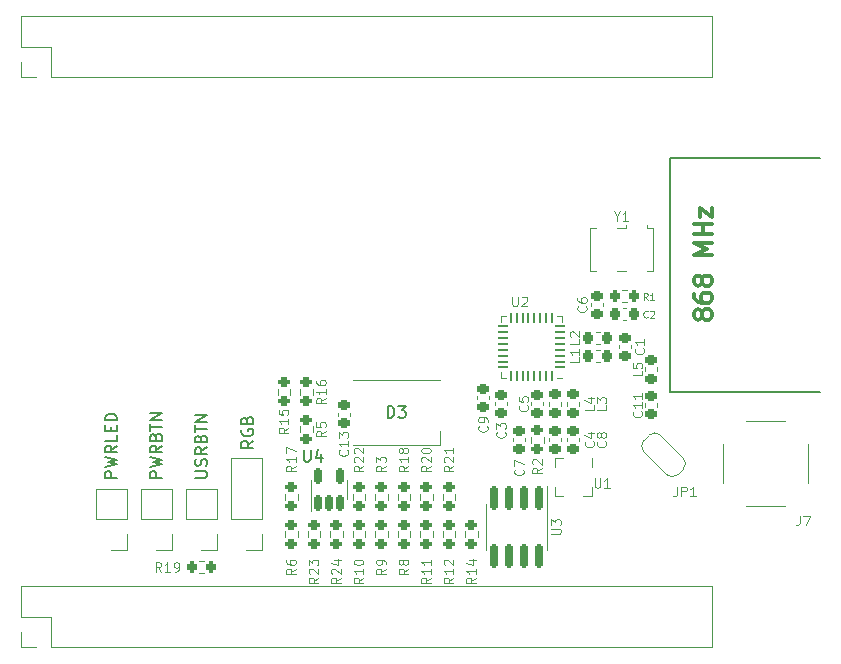
<source format=gto>
%TF.GenerationSoftware,KiCad,Pcbnew,6.0.4+dfsg-1*%
%TF.CreationDate,2022-04-13T00:03:44+02:00*%
%TF.ProjectId,bbb-mrf89xa-cape,6262622d-6d72-4663-9839-78612d636170,rev?*%
%TF.SameCoordinates,Original*%
%TF.FileFunction,Legend,Top*%
%TF.FilePolarity,Positive*%
%FSLAX46Y46*%
G04 Gerber Fmt 4.6, Leading zero omitted, Abs format (unit mm)*
G04 Created by KiCad (PCBNEW 6.0.4+dfsg-1) date 2022-04-13 00:03:44*
%MOMM*%
%LPD*%
G01*
G04 APERTURE LIST*
G04 Aperture macros list*
%AMRoundRect*
0 Rectangle with rounded corners*
0 $1 Rounding radius*
0 $2 $3 $4 $5 $6 $7 $8 $9 X,Y pos of 4 corners*
0 Add a 4 corners polygon primitive as box body*
4,1,4,$2,$3,$4,$5,$6,$7,$8,$9,$2,$3,0*
0 Add four circle primitives for the rounded corners*
1,1,$1+$1,$2,$3*
1,1,$1+$1,$4,$5*
1,1,$1+$1,$6,$7*
1,1,$1+$1,$8,$9*
0 Add four rect primitives between the rounded corners*
20,1,$1+$1,$2,$3,$4,$5,0*
20,1,$1+$1,$4,$5,$6,$7,0*
20,1,$1+$1,$6,$7,$8,$9,0*
20,1,$1+$1,$8,$9,$2,$3,0*%
%AMRotRect*
0 Rectangle, with rotation*
0 The origin of the aperture is its center*
0 $1 length*
0 $2 width*
0 $3 Rotation angle, in degrees counterclockwise*
0 Add horizontal line*
21,1,$1,$2,0,0,$3*%
%AMFreePoly0*
4,1,22,0.550000,-0.750000,0.000000,-0.750000,0.000000,-0.745033,-0.079941,-0.743568,-0.215256,-0.701293,-0.333266,-0.622738,-0.424486,-0.514219,-0.481581,-0.384460,-0.499164,-0.250000,-0.500000,-0.250000,-0.500000,0.250000,-0.499164,0.250000,-0.499963,0.256109,-0.478152,0.396186,-0.417904,0.524511,-0.324060,0.630769,-0.204165,0.706417,-0.067858,0.745374,0.000000,0.744960,0.000000,0.750000,
0.550000,0.750000,0.550000,-0.750000,0.550000,-0.750000,$1*%
%AMFreePoly1*
4,1,20,0.000000,0.744960,0.073905,0.744508,0.209726,0.703889,0.328688,0.626782,0.421226,0.519385,0.479903,0.390333,0.500000,0.250000,0.500000,-0.250000,0.499851,-0.262216,0.476331,-0.402017,0.414519,-0.529596,0.319384,-0.634700,0.198574,-0.708877,0.061801,-0.746166,0.000000,-0.745033,0.000000,-0.750000,-0.550000,-0.750000,-0.550000,0.750000,0.000000,0.750000,0.000000,0.744960,
0.000000,0.744960,$1*%
G04 Aperture macros list end*
%ADD10C,0.150000*%
%ADD11C,0.320000*%
%ADD12C,0.125000*%
%ADD13C,0.100000*%
%ADD14C,0.120000*%
%ADD15RoundRect,0.225000X-0.250000X0.225000X-0.250000X-0.225000X0.250000X-0.225000X0.250000X0.225000X0*%
%ADD16RoundRect,0.200000X-0.275000X0.200000X-0.275000X-0.200000X0.275000X-0.200000X0.275000X0.200000X0*%
%ADD17R,1.700000X1.700000*%
%ADD18O,1.700000X1.700000*%
%ADD19C,4.300000*%
%ADD20RoundRect,0.225000X0.250000X-0.225000X0.250000X0.225000X-0.250000X0.225000X-0.250000X-0.225000X0*%
%ADD21RoundRect,0.218750X0.256250X-0.218750X0.256250X0.218750X-0.256250X0.218750X-0.256250X-0.218750X0*%
%ADD22R,0.600000X1.500000*%
%ADD23R,0.600000X0.750000*%
%ADD24C,2.050000*%
%ADD25C,2.250000*%
%ADD26RoundRect,0.150000X-0.150000X0.825000X-0.150000X-0.825000X0.150000X-0.825000X0.150000X0.825000X0*%
%ADD27RoundRect,0.218750X-0.256250X0.218750X-0.256250X-0.218750X0.256250X-0.218750X0.256250X0.218750X0*%
%ADD28RoundRect,0.200000X0.275000X-0.200000X0.275000X0.200000X-0.275000X0.200000X-0.275000X-0.200000X0*%
%ADD29R,1.400000X1.200000*%
%ADD30FreePoly0,315.000000*%
%ADD31RotRect,1.000000X1.500000X315.000000*%
%ADD32FreePoly1,315.000000*%
%ADD33RoundRect,0.200000X0.200000X0.275000X-0.200000X0.275000X-0.200000X-0.275000X0.200000X-0.275000X0*%
%ADD34RoundRect,0.218750X0.218750X0.256250X-0.218750X0.256250X-0.218750X-0.256250X0.218750X-0.256250X0*%
%ADD35RoundRect,0.062500X0.375000X0.062500X-0.375000X0.062500X-0.375000X-0.062500X0.375000X-0.062500X0*%
%ADD36RoundRect,0.062500X0.062500X0.375000X-0.062500X0.375000X-0.062500X-0.375000X0.062500X-0.375000X0*%
%ADD37R,3.100000X3.100000*%
%ADD38R,1.500000X1.000000*%
%ADD39RoundRect,0.150000X0.150000X-0.512500X0.150000X0.512500X-0.150000X0.512500X-0.150000X-0.512500X0*%
%ADD40RoundRect,0.225000X-0.225000X-0.250000X0.225000X-0.250000X0.225000X0.250000X-0.225000X0.250000X0*%
G04 APERTURE END LIST*
D10*
X91740000Y-66040000D02*
X91740000Y-46228000D01*
X91740000Y-46228000D02*
X104440000Y-46228000D01*
X104440000Y-66040000D02*
X91740000Y-66040000D01*
D11*
X94436428Y-59637857D02*
X94365000Y-59780714D01*
X94293571Y-59852142D01*
X94150714Y-59923571D01*
X94079285Y-59923571D01*
X93936428Y-59852142D01*
X93865000Y-59780714D01*
X93793571Y-59637857D01*
X93793571Y-59352142D01*
X93865000Y-59209285D01*
X93936428Y-59137857D01*
X94079285Y-59066428D01*
X94150714Y-59066428D01*
X94293571Y-59137857D01*
X94365000Y-59209285D01*
X94436428Y-59352142D01*
X94436428Y-59637857D01*
X94507857Y-59780714D01*
X94579285Y-59852142D01*
X94722142Y-59923571D01*
X95007857Y-59923571D01*
X95150714Y-59852142D01*
X95222142Y-59780714D01*
X95293571Y-59637857D01*
X95293571Y-59352142D01*
X95222142Y-59209285D01*
X95150714Y-59137857D01*
X95007857Y-59066428D01*
X94722142Y-59066428D01*
X94579285Y-59137857D01*
X94507857Y-59209285D01*
X94436428Y-59352142D01*
X93793571Y-57780714D02*
X93793571Y-58066428D01*
X93865000Y-58209285D01*
X93936428Y-58280714D01*
X94150714Y-58423571D01*
X94436428Y-58495000D01*
X95007857Y-58495000D01*
X95150714Y-58423571D01*
X95222142Y-58352142D01*
X95293571Y-58209285D01*
X95293571Y-57923571D01*
X95222142Y-57780714D01*
X95150714Y-57709285D01*
X95007857Y-57637857D01*
X94650714Y-57637857D01*
X94507857Y-57709285D01*
X94436428Y-57780714D01*
X94365000Y-57923571D01*
X94365000Y-58209285D01*
X94436428Y-58352142D01*
X94507857Y-58423571D01*
X94650714Y-58495000D01*
X94436428Y-56780714D02*
X94365000Y-56923571D01*
X94293571Y-56995000D01*
X94150714Y-57066428D01*
X94079285Y-57066428D01*
X93936428Y-56995000D01*
X93865000Y-56923571D01*
X93793571Y-56780714D01*
X93793571Y-56495000D01*
X93865000Y-56352142D01*
X93936428Y-56280714D01*
X94079285Y-56209285D01*
X94150714Y-56209285D01*
X94293571Y-56280714D01*
X94365000Y-56352142D01*
X94436428Y-56495000D01*
X94436428Y-56780714D01*
X94507857Y-56923571D01*
X94579285Y-56995000D01*
X94722142Y-57066428D01*
X95007857Y-57066428D01*
X95150714Y-56995000D01*
X95222142Y-56923571D01*
X95293571Y-56780714D01*
X95293571Y-56495000D01*
X95222142Y-56352142D01*
X95150714Y-56280714D01*
X95007857Y-56209285D01*
X94722142Y-56209285D01*
X94579285Y-56280714D01*
X94507857Y-56352142D01*
X94436428Y-56495000D01*
X95293571Y-54423571D02*
X93793571Y-54423571D01*
X94865000Y-53923571D01*
X93793571Y-53423571D01*
X95293571Y-53423571D01*
X95293571Y-52709285D02*
X93793571Y-52709285D01*
X94507857Y-52709285D02*
X94507857Y-51852142D01*
X95293571Y-51852142D02*
X93793571Y-51852142D01*
X94293571Y-51280714D02*
X94293571Y-50495000D01*
X95293571Y-51280714D01*
X95293571Y-50495000D01*
D12*
X79660714Y-67189333D02*
X79698809Y-67227428D01*
X79736904Y-67341714D01*
X79736904Y-67417904D01*
X79698809Y-67532190D01*
X79622619Y-67608380D01*
X79546428Y-67646476D01*
X79394047Y-67684571D01*
X79279761Y-67684571D01*
X79127380Y-67646476D01*
X79051190Y-67608380D01*
X78975000Y-67532190D01*
X78936904Y-67417904D01*
X78936904Y-67341714D01*
X78975000Y-67227428D01*
X79013095Y-67189333D01*
X78936904Y-66465523D02*
X78936904Y-66846476D01*
X79317857Y-66884571D01*
X79279761Y-66846476D01*
X79241666Y-66770285D01*
X79241666Y-66579809D01*
X79279761Y-66503619D01*
X79317857Y-66465523D01*
X79394047Y-66427428D01*
X79584523Y-66427428D01*
X79660714Y-66465523D01*
X79698809Y-66503619D01*
X79736904Y-66579809D01*
X79736904Y-66770285D01*
X79698809Y-66846476D01*
X79660714Y-66884571D01*
X73386904Y-72296130D02*
X73005952Y-72562797D01*
X73386904Y-72753273D02*
X72586904Y-72753273D01*
X72586904Y-72448511D01*
X72625000Y-72372321D01*
X72663095Y-72334226D01*
X72739285Y-72296130D01*
X72853571Y-72296130D01*
X72929761Y-72334226D01*
X72967857Y-72372321D01*
X73005952Y-72448511D01*
X73005952Y-72753273D01*
X72663095Y-71991369D02*
X72625000Y-71953273D01*
X72586904Y-71877083D01*
X72586904Y-71686607D01*
X72625000Y-71610416D01*
X72663095Y-71572321D01*
X72739285Y-71534226D01*
X72815476Y-71534226D01*
X72929761Y-71572321D01*
X73386904Y-72029464D01*
X73386904Y-71534226D01*
X73386904Y-70772321D02*
X73386904Y-71229464D01*
X73386904Y-71000892D02*
X72586904Y-71000892D01*
X72701190Y-71077083D01*
X72777380Y-71153273D01*
X72815476Y-71229464D01*
X84613714Y-58807333D02*
X84651809Y-58845428D01*
X84689904Y-58959714D01*
X84689904Y-59035904D01*
X84651809Y-59150190D01*
X84575619Y-59226380D01*
X84499428Y-59264476D01*
X84347047Y-59302571D01*
X84232761Y-59302571D01*
X84080380Y-59264476D01*
X84004190Y-59226380D01*
X83928000Y-59150190D01*
X83889904Y-59035904D01*
X83889904Y-58959714D01*
X83928000Y-58845428D01*
X83966095Y-58807333D01*
X83889904Y-58121619D02*
X83889904Y-58274000D01*
X83928000Y-58350190D01*
X83966095Y-58388285D01*
X84080380Y-58464476D01*
X84232761Y-58502571D01*
X84537523Y-58502571D01*
X84613714Y-58464476D01*
X84651809Y-58426380D01*
X84689904Y-58350190D01*
X84689904Y-58197809D01*
X84651809Y-58121619D01*
X84613714Y-58083523D01*
X84537523Y-58045428D01*
X84347047Y-58045428D01*
X84270857Y-58083523D01*
X84232761Y-58121619D01*
X84194666Y-58197809D01*
X84194666Y-58350190D01*
X84232761Y-58426380D01*
X84270857Y-58464476D01*
X84347047Y-58502571D01*
D10*
X51522380Y-73324404D02*
X52331904Y-73324404D01*
X52427142Y-73276785D01*
X52474761Y-73229166D01*
X52522380Y-73133928D01*
X52522380Y-72943452D01*
X52474761Y-72848214D01*
X52427142Y-72800595D01*
X52331904Y-72752976D01*
X51522380Y-72752976D01*
X52474761Y-72324404D02*
X52522380Y-72181547D01*
X52522380Y-71943452D01*
X52474761Y-71848214D01*
X52427142Y-71800595D01*
X52331904Y-71752976D01*
X52236666Y-71752976D01*
X52141428Y-71800595D01*
X52093809Y-71848214D01*
X52046190Y-71943452D01*
X51998571Y-72133928D01*
X51950952Y-72229166D01*
X51903333Y-72276785D01*
X51808095Y-72324404D01*
X51712857Y-72324404D01*
X51617619Y-72276785D01*
X51570000Y-72229166D01*
X51522380Y-72133928D01*
X51522380Y-71895833D01*
X51570000Y-71752976D01*
X52522380Y-70752976D02*
X52046190Y-71086309D01*
X52522380Y-71324404D02*
X51522380Y-71324404D01*
X51522380Y-70943452D01*
X51570000Y-70848214D01*
X51617619Y-70800595D01*
X51712857Y-70752976D01*
X51855714Y-70752976D01*
X51950952Y-70800595D01*
X51998571Y-70848214D01*
X52046190Y-70943452D01*
X52046190Y-71324404D01*
X51998571Y-69991071D02*
X52046190Y-69848214D01*
X52093809Y-69800595D01*
X52189047Y-69752976D01*
X52331904Y-69752976D01*
X52427142Y-69800595D01*
X52474761Y-69848214D01*
X52522380Y-69943452D01*
X52522380Y-70324404D01*
X51522380Y-70324404D01*
X51522380Y-69991071D01*
X51570000Y-69895833D01*
X51617619Y-69848214D01*
X51712857Y-69800595D01*
X51808095Y-69800595D01*
X51903333Y-69848214D01*
X51950952Y-69895833D01*
X51998571Y-69991071D01*
X51998571Y-70324404D01*
X51522380Y-69467261D02*
X51522380Y-68895833D01*
X52522380Y-69181547D02*
X51522380Y-69181547D01*
X52522380Y-68562500D02*
X51522380Y-68562500D01*
X52522380Y-67991071D01*
X51522380Y-67991071D01*
D12*
X77755714Y-69448535D02*
X77793809Y-69486630D01*
X77831904Y-69600916D01*
X77831904Y-69677107D01*
X77793809Y-69791392D01*
X77717619Y-69867583D01*
X77641428Y-69905678D01*
X77489047Y-69943773D01*
X77374761Y-69943773D01*
X77222380Y-69905678D01*
X77146190Y-69867583D01*
X77070000Y-69791392D01*
X77031904Y-69677107D01*
X77031904Y-69600916D01*
X77070000Y-69486630D01*
X77108095Y-69448535D01*
X77031904Y-69181869D02*
X77031904Y-68686630D01*
X77336666Y-68953297D01*
X77336666Y-68839011D01*
X77374761Y-68762821D01*
X77412857Y-68724726D01*
X77489047Y-68686630D01*
X77679523Y-68686630D01*
X77755714Y-68724726D01*
X77793809Y-68762821D01*
X77831904Y-68839011D01*
X77831904Y-69067583D01*
X77793809Y-69143773D01*
X77755714Y-69181869D01*
X89312714Y-67697285D02*
X89350809Y-67735380D01*
X89388904Y-67849666D01*
X89388904Y-67925857D01*
X89350809Y-68040142D01*
X89274619Y-68116333D01*
X89198428Y-68154428D01*
X89046047Y-68192523D01*
X88931761Y-68192523D01*
X88779380Y-68154428D01*
X88703190Y-68116333D01*
X88627000Y-68040142D01*
X88588904Y-67925857D01*
X88588904Y-67849666D01*
X88627000Y-67735380D01*
X88665095Y-67697285D01*
X89388904Y-66935380D02*
X89388904Y-67392523D01*
X89388904Y-67163952D02*
X88588904Y-67163952D01*
X88703190Y-67240142D01*
X88779380Y-67316333D01*
X88817476Y-67392523D01*
X89388904Y-66173476D02*
X89388904Y-66630619D01*
X89388904Y-66402047D02*
X88588904Y-66402047D01*
X88703190Y-66478238D01*
X88779380Y-66554428D01*
X88817476Y-66630619D01*
X85324904Y-67189333D02*
X85324904Y-67570285D01*
X84524904Y-67570285D01*
X84791571Y-66579809D02*
X85324904Y-66579809D01*
X84486809Y-66770285D02*
X85058238Y-66960761D01*
X85058238Y-66465523D01*
X69576904Y-72296130D02*
X69195952Y-72562797D01*
X69576904Y-72753273D02*
X68776904Y-72753273D01*
X68776904Y-72448511D01*
X68815000Y-72372321D01*
X68853095Y-72334226D01*
X68929285Y-72296130D01*
X69043571Y-72296130D01*
X69119761Y-72334226D01*
X69157857Y-72372321D01*
X69195952Y-72448511D01*
X69195952Y-72753273D01*
X69576904Y-71534226D02*
X69576904Y-71991369D01*
X69576904Y-71762797D02*
X68776904Y-71762797D01*
X68891190Y-71838988D01*
X68967380Y-71915178D01*
X69005476Y-71991369D01*
X69119761Y-71077083D02*
X69081666Y-71153273D01*
X69043571Y-71191369D01*
X68967380Y-71229464D01*
X68929285Y-71229464D01*
X68853095Y-71191369D01*
X68815000Y-71153273D01*
X68776904Y-71077083D01*
X68776904Y-70924702D01*
X68815000Y-70848511D01*
X68853095Y-70810416D01*
X68929285Y-70772321D01*
X68967380Y-70772321D01*
X69043571Y-70810416D01*
X69081666Y-70848511D01*
X69119761Y-70924702D01*
X69119761Y-71077083D01*
X69157857Y-71153273D01*
X69195952Y-71191369D01*
X69272142Y-71229464D01*
X69424523Y-71229464D01*
X69500714Y-71191369D01*
X69538809Y-71153273D01*
X69576904Y-71077083D01*
X69576904Y-70924702D01*
X69538809Y-70848511D01*
X69500714Y-70810416D01*
X69424523Y-70772321D01*
X69272142Y-70772321D01*
X69195952Y-70810416D01*
X69157857Y-70848511D01*
X69119761Y-70924702D01*
X85369476Y-73348904D02*
X85369476Y-73996523D01*
X85407571Y-74072714D01*
X85445666Y-74110809D01*
X85521857Y-74148904D01*
X85674238Y-74148904D01*
X85750428Y-74110809D01*
X85788523Y-74072714D01*
X85826619Y-73996523D01*
X85826619Y-73348904D01*
X86626619Y-74148904D02*
X86169476Y-74148904D01*
X86398047Y-74148904D02*
X86398047Y-73348904D01*
X86321857Y-73463190D01*
X86245666Y-73539380D01*
X86169476Y-73577476D01*
D10*
X44902380Y-73324404D02*
X43902380Y-73324404D01*
X43902380Y-72943452D01*
X43950000Y-72848214D01*
X43997619Y-72800595D01*
X44092857Y-72752976D01*
X44235714Y-72752976D01*
X44330952Y-72800595D01*
X44378571Y-72848214D01*
X44426190Y-72943452D01*
X44426190Y-73324404D01*
X43902380Y-72419642D02*
X44902380Y-72181547D01*
X44188095Y-71991071D01*
X44902380Y-71800595D01*
X43902380Y-71562500D01*
X44902380Y-70610119D02*
X44426190Y-70943452D01*
X44902380Y-71181547D02*
X43902380Y-71181547D01*
X43902380Y-70800595D01*
X43950000Y-70705357D01*
X43997619Y-70657738D01*
X44092857Y-70610119D01*
X44235714Y-70610119D01*
X44330952Y-70657738D01*
X44378571Y-70705357D01*
X44426190Y-70800595D01*
X44426190Y-71181547D01*
X44902380Y-69705357D02*
X44902380Y-70181547D01*
X43902380Y-70181547D01*
X44378571Y-69372023D02*
X44378571Y-69038690D01*
X44902380Y-68895833D02*
X44902380Y-69372023D01*
X43902380Y-69372023D01*
X43902380Y-68895833D01*
X44902380Y-68467261D02*
X43902380Y-68467261D01*
X43902380Y-68229166D01*
X43950000Y-68086309D01*
X44045238Y-67991071D01*
X44140476Y-67943452D01*
X44330952Y-67895833D01*
X44473809Y-67895833D01*
X44664285Y-67943452D01*
X44759523Y-67991071D01*
X44854761Y-68086309D01*
X44902380Y-68229166D01*
X44902380Y-68467261D01*
D12*
X102733333Y-76561904D02*
X102733333Y-77133333D01*
X102695238Y-77247619D01*
X102619047Y-77323809D01*
X102504761Y-77361904D01*
X102428571Y-77361904D01*
X103038095Y-76561904D02*
X103571428Y-76561904D01*
X103228571Y-77361904D01*
X81701904Y-78079523D02*
X82349523Y-78079523D01*
X82425714Y-78041428D01*
X82463809Y-78003333D01*
X82501904Y-77927142D01*
X82501904Y-77774761D01*
X82463809Y-77698571D01*
X82425714Y-77660476D01*
X82349523Y-77622380D01*
X81701904Y-77622380D01*
X81701904Y-77317619D02*
X81701904Y-76822380D01*
X82006666Y-77089047D01*
X82006666Y-76974761D01*
X82044761Y-76898571D01*
X82082857Y-76860476D01*
X82159047Y-76822380D01*
X82349523Y-76822380D01*
X82425714Y-76860476D01*
X82463809Y-76898571D01*
X82501904Y-76974761D01*
X82501904Y-77203333D01*
X82463809Y-77279523D01*
X82425714Y-77317619D01*
D10*
X48712380Y-73324404D02*
X47712380Y-73324404D01*
X47712380Y-72943452D01*
X47760000Y-72848214D01*
X47807619Y-72800595D01*
X47902857Y-72752976D01*
X48045714Y-72752976D01*
X48140952Y-72800595D01*
X48188571Y-72848214D01*
X48236190Y-72943452D01*
X48236190Y-73324404D01*
X47712380Y-72419642D02*
X48712380Y-72181547D01*
X47998095Y-71991071D01*
X48712380Y-71800595D01*
X47712380Y-71562500D01*
X48712380Y-70610119D02*
X48236190Y-70943452D01*
X48712380Y-71181547D02*
X47712380Y-71181547D01*
X47712380Y-70800595D01*
X47760000Y-70705357D01*
X47807619Y-70657738D01*
X47902857Y-70610119D01*
X48045714Y-70610119D01*
X48140952Y-70657738D01*
X48188571Y-70705357D01*
X48236190Y-70800595D01*
X48236190Y-71181547D01*
X48188571Y-69848214D02*
X48236190Y-69705357D01*
X48283809Y-69657738D01*
X48379047Y-69610119D01*
X48521904Y-69610119D01*
X48617142Y-69657738D01*
X48664761Y-69705357D01*
X48712380Y-69800595D01*
X48712380Y-70181547D01*
X47712380Y-70181547D01*
X47712380Y-69848214D01*
X47760000Y-69752976D01*
X47807619Y-69705357D01*
X47902857Y-69657738D01*
X47998095Y-69657738D01*
X48093333Y-69705357D01*
X48140952Y-69752976D01*
X48188571Y-69848214D01*
X48188571Y-70181547D01*
X47712380Y-69324404D02*
X47712380Y-68752976D01*
X48712380Y-69038690D02*
X47712380Y-69038690D01*
X48712380Y-68419642D02*
X47712380Y-68419642D01*
X48712380Y-67848214D01*
X47712380Y-67848214D01*
D12*
X65766904Y-72296130D02*
X65385952Y-72562797D01*
X65766904Y-72753273D02*
X64966904Y-72753273D01*
X64966904Y-72448511D01*
X65005000Y-72372321D01*
X65043095Y-72334226D01*
X65119285Y-72296130D01*
X65233571Y-72296130D01*
X65309761Y-72334226D01*
X65347857Y-72372321D01*
X65385952Y-72448511D01*
X65385952Y-72753273D01*
X65043095Y-71991369D02*
X65005000Y-71953273D01*
X64966904Y-71877083D01*
X64966904Y-71686607D01*
X65005000Y-71610416D01*
X65043095Y-71572321D01*
X65119285Y-71534226D01*
X65195476Y-71534226D01*
X65309761Y-71572321D01*
X65766904Y-72029464D01*
X65766904Y-71534226D01*
X65043095Y-71229464D02*
X65005000Y-71191369D01*
X64966904Y-71115178D01*
X64966904Y-70924702D01*
X65005000Y-70848511D01*
X65043095Y-70810416D01*
X65119285Y-70772321D01*
X65195476Y-70772321D01*
X65309761Y-70810416D01*
X65766904Y-71267559D01*
X65766904Y-70772321D01*
X86264714Y-70237333D02*
X86302809Y-70275428D01*
X86340904Y-70389714D01*
X86340904Y-70465904D01*
X86302809Y-70580190D01*
X86226619Y-70656380D01*
X86150428Y-70694476D01*
X85998047Y-70732571D01*
X85883761Y-70732571D01*
X85731380Y-70694476D01*
X85655190Y-70656380D01*
X85579000Y-70580190D01*
X85540904Y-70465904D01*
X85540904Y-70389714D01*
X85579000Y-70275428D01*
X85617095Y-70237333D01*
X85883761Y-69780190D02*
X85845666Y-69856380D01*
X85807571Y-69894476D01*
X85731380Y-69932571D01*
X85693285Y-69932571D01*
X85617095Y-69894476D01*
X85579000Y-69856380D01*
X85540904Y-69780190D01*
X85540904Y-69627809D01*
X85579000Y-69551619D01*
X85617095Y-69513523D01*
X85693285Y-69475428D01*
X85731380Y-69475428D01*
X85807571Y-69513523D01*
X85845666Y-69551619D01*
X85883761Y-69627809D01*
X85883761Y-69780190D01*
X85921857Y-69856380D01*
X85959952Y-69894476D01*
X86036142Y-69932571D01*
X86188523Y-69932571D01*
X86264714Y-69894476D01*
X86302809Y-69856380D01*
X86340904Y-69780190D01*
X86340904Y-69627809D01*
X86302809Y-69551619D01*
X86264714Y-69513523D01*
X86188523Y-69475428D01*
X86036142Y-69475428D01*
X85959952Y-69513523D01*
X85921857Y-69551619D01*
X85883761Y-69627809D01*
X86340904Y-67189333D02*
X86340904Y-67570285D01*
X85540904Y-67570285D01*
X85540904Y-66998857D02*
X85540904Y-66503619D01*
X85845666Y-66770285D01*
X85845666Y-66656000D01*
X85883761Y-66579809D01*
X85921857Y-66541714D01*
X85998047Y-66503619D01*
X86188523Y-66503619D01*
X86264714Y-66541714D01*
X86302809Y-66579809D01*
X86340904Y-66656000D01*
X86340904Y-66884571D01*
X86302809Y-66960761D01*
X86264714Y-66998857D01*
X73386904Y-81767440D02*
X73005952Y-82034107D01*
X73386904Y-82224583D02*
X72586904Y-82224583D01*
X72586904Y-81919821D01*
X72625000Y-81843630D01*
X72663095Y-81805535D01*
X72739285Y-81767440D01*
X72853571Y-81767440D01*
X72929761Y-81805535D01*
X72967857Y-81843630D01*
X73005952Y-81919821D01*
X73005952Y-82224583D01*
X73386904Y-81005535D02*
X73386904Y-81462678D01*
X73386904Y-81234107D02*
X72586904Y-81234107D01*
X72701190Y-81310297D01*
X72777380Y-81386488D01*
X72815476Y-81462678D01*
X72663095Y-80700773D02*
X72625000Y-80662678D01*
X72586904Y-80586488D01*
X72586904Y-80396011D01*
X72625000Y-80319821D01*
X72663095Y-80281726D01*
X72739285Y-80243630D01*
X72815476Y-80243630D01*
X72929761Y-80281726D01*
X73386904Y-80738869D01*
X73386904Y-80243630D01*
X75291904Y-81767440D02*
X74910952Y-82034107D01*
X75291904Y-82224583D02*
X74491904Y-82224583D01*
X74491904Y-81919821D01*
X74530000Y-81843630D01*
X74568095Y-81805535D01*
X74644285Y-81767440D01*
X74758571Y-81767440D01*
X74834761Y-81805535D01*
X74872857Y-81843630D01*
X74910952Y-81919821D01*
X74910952Y-82224583D01*
X75291904Y-81005535D02*
X75291904Y-81462678D01*
X75291904Y-81234107D02*
X74491904Y-81234107D01*
X74606190Y-81310297D01*
X74682380Y-81386488D01*
X74720476Y-81462678D01*
X74758571Y-80319821D02*
X75291904Y-80319821D01*
X74453809Y-80510297D02*
X75025238Y-80700773D01*
X75025238Y-80205535D01*
D10*
X56452380Y-70190476D02*
X55976190Y-70523809D01*
X56452380Y-70761904D02*
X55452380Y-70761904D01*
X55452380Y-70380952D01*
X55500000Y-70285714D01*
X55547619Y-70238095D01*
X55642857Y-70190476D01*
X55785714Y-70190476D01*
X55880952Y-70238095D01*
X55928571Y-70285714D01*
X55976190Y-70380952D01*
X55976190Y-70761904D01*
X55500000Y-69238095D02*
X55452380Y-69333333D01*
X55452380Y-69476190D01*
X55500000Y-69619047D01*
X55595238Y-69714285D01*
X55690476Y-69761904D01*
X55880952Y-69809523D01*
X56023809Y-69809523D01*
X56214285Y-69761904D01*
X56309523Y-69714285D01*
X56404761Y-69619047D01*
X56452380Y-69476190D01*
X56452380Y-69380952D01*
X56404761Y-69238095D01*
X56357142Y-69190476D01*
X56023809Y-69190476D01*
X56023809Y-69380952D01*
X55928571Y-68428571D02*
X55976190Y-68285714D01*
X56023809Y-68238095D01*
X56119047Y-68190476D01*
X56261904Y-68190476D01*
X56357142Y-68238095D01*
X56404761Y-68285714D01*
X56452380Y-68380952D01*
X56452380Y-68761904D01*
X55452380Y-68761904D01*
X55452380Y-68428571D01*
X55500000Y-68333333D01*
X55547619Y-68285714D01*
X55642857Y-68238095D01*
X55738095Y-68238095D01*
X55833333Y-68285714D01*
X55880952Y-68333333D01*
X55928571Y-68428571D01*
X55928571Y-68761904D01*
D12*
X60051904Y-72296130D02*
X59670952Y-72562797D01*
X60051904Y-72753273D02*
X59251904Y-72753273D01*
X59251904Y-72448511D01*
X59290000Y-72372321D01*
X59328095Y-72334226D01*
X59404285Y-72296130D01*
X59518571Y-72296130D01*
X59594761Y-72334226D01*
X59632857Y-72372321D01*
X59670952Y-72448511D01*
X59670952Y-72753273D01*
X60051904Y-71534226D02*
X60051904Y-71991369D01*
X60051904Y-71762797D02*
X59251904Y-71762797D01*
X59366190Y-71838988D01*
X59442380Y-71915178D01*
X59480476Y-71991369D01*
X59251904Y-71267559D02*
X59251904Y-70734226D01*
X60051904Y-71077083D01*
X80879904Y-72495535D02*
X80498952Y-72762202D01*
X80879904Y-72952678D02*
X80079904Y-72952678D01*
X80079904Y-72647916D01*
X80118000Y-72571726D01*
X80156095Y-72533630D01*
X80232285Y-72495535D01*
X80346571Y-72495535D01*
X80422761Y-72533630D01*
X80460857Y-72571726D01*
X80498952Y-72647916D01*
X80498952Y-72952678D01*
X80156095Y-72190773D02*
X80118000Y-72152678D01*
X80079904Y-72076488D01*
X80079904Y-71886011D01*
X80118000Y-71809821D01*
X80156095Y-71771726D01*
X80232285Y-71733630D01*
X80308476Y-71733630D01*
X80422761Y-71771726D01*
X80879904Y-72228869D01*
X80879904Y-71733630D01*
X87249047Y-51161952D02*
X87249047Y-51542904D01*
X86982380Y-50742904D02*
X87249047Y-51161952D01*
X87515714Y-50742904D01*
X88201428Y-51542904D02*
X87744285Y-51542904D01*
X87972857Y-51542904D02*
X87972857Y-50742904D01*
X87896666Y-50857190D01*
X87820476Y-50933380D01*
X87744285Y-50971476D01*
X62591904Y-66554285D02*
X62210952Y-66820952D01*
X62591904Y-67011428D02*
X61791904Y-67011428D01*
X61791904Y-66706666D01*
X61830000Y-66630476D01*
X61868095Y-66592380D01*
X61944285Y-66554285D01*
X62058571Y-66554285D01*
X62134761Y-66592380D01*
X62172857Y-66630476D01*
X62210952Y-66706666D01*
X62210952Y-67011428D01*
X62591904Y-65792380D02*
X62591904Y-66249523D01*
X62591904Y-66020952D02*
X61791904Y-66020952D01*
X61906190Y-66097142D01*
X61982380Y-66173333D01*
X62020476Y-66249523D01*
X61791904Y-65106666D02*
X61791904Y-65259047D01*
X61830000Y-65335238D01*
X61868095Y-65373333D01*
X61982380Y-65449523D01*
X62134761Y-65487619D01*
X62439523Y-65487619D01*
X62515714Y-65449523D01*
X62553809Y-65411428D01*
X62591904Y-65335238D01*
X62591904Y-65182857D01*
X62553809Y-65106666D01*
X62515714Y-65068571D01*
X62439523Y-65030476D01*
X62249047Y-65030476D01*
X62172857Y-65068571D01*
X62134761Y-65106666D01*
X62096666Y-65182857D01*
X62096666Y-65335238D01*
X62134761Y-65411428D01*
X62172857Y-65449523D01*
X62249047Y-65487619D01*
X92333333Y-74061904D02*
X92333333Y-74633333D01*
X92295238Y-74747619D01*
X92219047Y-74823809D01*
X92104761Y-74861904D01*
X92028571Y-74861904D01*
X92714285Y-74861904D02*
X92714285Y-74061904D01*
X93019047Y-74061904D01*
X93095238Y-74100000D01*
X93133333Y-74138095D01*
X93171428Y-74214285D01*
X93171428Y-74328571D01*
X93133333Y-74404761D01*
X93095238Y-74442857D01*
X93019047Y-74480952D01*
X92714285Y-74480952D01*
X93933333Y-74861904D02*
X93476190Y-74861904D01*
X93704761Y-74861904D02*
X93704761Y-74061904D01*
X93628571Y-74176190D01*
X93552380Y-74252380D01*
X93476190Y-74290476D01*
D13*
X89850714Y-58275428D02*
X89650714Y-57989714D01*
X89507857Y-58275428D02*
X89507857Y-57675428D01*
X89736428Y-57675428D01*
X89793571Y-57704000D01*
X89822142Y-57732571D01*
X89850714Y-57789714D01*
X89850714Y-57875428D01*
X89822142Y-57932571D01*
X89793571Y-57961142D01*
X89736428Y-57989714D01*
X89507857Y-57989714D01*
X90422142Y-58275428D02*
X90079285Y-58275428D01*
X90250714Y-58275428D02*
X90250714Y-57675428D01*
X90193571Y-57761142D01*
X90136428Y-57818285D01*
X90079285Y-57846857D01*
D12*
X48661559Y-81260904D02*
X48394892Y-80879952D01*
X48204416Y-81260904D02*
X48204416Y-80460904D01*
X48509178Y-80460904D01*
X48585369Y-80499000D01*
X48623464Y-80537095D01*
X48661559Y-80613285D01*
X48661559Y-80727571D01*
X48623464Y-80803761D01*
X48585369Y-80841857D01*
X48509178Y-80879952D01*
X48204416Y-80879952D01*
X49423464Y-81260904D02*
X48966321Y-81260904D01*
X49194892Y-81260904D02*
X49194892Y-80460904D01*
X49118702Y-80575190D01*
X49042511Y-80651380D01*
X48966321Y-80689476D01*
X49804416Y-81260904D02*
X49956797Y-81260904D01*
X50032988Y-81222809D01*
X50071083Y-81184714D01*
X50147273Y-81070428D01*
X50185369Y-80918047D01*
X50185369Y-80613285D01*
X50147273Y-80537095D01*
X50109178Y-80499000D01*
X50032988Y-80460904D01*
X49880607Y-80460904D01*
X49804416Y-80499000D01*
X49766321Y-80537095D01*
X49728226Y-80613285D01*
X49728226Y-80803761D01*
X49766321Y-80879952D01*
X49804416Y-80918047D01*
X49880607Y-80956142D01*
X50032988Y-80956142D01*
X50109178Y-80918047D01*
X50147273Y-80879952D01*
X50185369Y-80803761D01*
X67671904Y-81005535D02*
X67290952Y-81272202D01*
X67671904Y-81462678D02*
X66871904Y-81462678D01*
X66871904Y-81157916D01*
X66910000Y-81081726D01*
X66948095Y-81043630D01*
X67024285Y-81005535D01*
X67138571Y-81005535D01*
X67214761Y-81043630D01*
X67252857Y-81081726D01*
X67290952Y-81157916D01*
X67290952Y-81462678D01*
X67671904Y-80624583D02*
X67671904Y-80472202D01*
X67633809Y-80396011D01*
X67595714Y-80357916D01*
X67481428Y-80281726D01*
X67329047Y-80243630D01*
X67024285Y-80243630D01*
X66948095Y-80281726D01*
X66910000Y-80319821D01*
X66871904Y-80396011D01*
X66871904Y-80548392D01*
X66910000Y-80624583D01*
X66948095Y-80662678D01*
X67024285Y-80700773D01*
X67214761Y-80700773D01*
X67290952Y-80662678D01*
X67329047Y-80624583D01*
X67367142Y-80548392D01*
X67367142Y-80396011D01*
X67329047Y-80319821D01*
X67290952Y-80281726D01*
X67214761Y-80243630D01*
X85248714Y-70237333D02*
X85286809Y-70275428D01*
X85324904Y-70389714D01*
X85324904Y-70465904D01*
X85286809Y-70580190D01*
X85210619Y-70656380D01*
X85134428Y-70694476D01*
X84982047Y-70732571D01*
X84867761Y-70732571D01*
X84715380Y-70694476D01*
X84639190Y-70656380D01*
X84563000Y-70580190D01*
X84524904Y-70465904D01*
X84524904Y-70389714D01*
X84563000Y-70275428D01*
X84601095Y-70237333D01*
X84791571Y-69551619D02*
X85324904Y-69551619D01*
X84486809Y-69742095D02*
X85058238Y-69932571D01*
X85058238Y-69437333D01*
X84054904Y-63121333D02*
X84054904Y-63502285D01*
X83254904Y-63502285D01*
X84054904Y-62435619D02*
X84054904Y-62892761D01*
X84054904Y-62664190D02*
X83254904Y-62664190D01*
X83369190Y-62740380D01*
X83445380Y-62816571D01*
X83483476Y-62892761D01*
X64420714Y-70972440D02*
X64458809Y-71010535D01*
X64496904Y-71124821D01*
X64496904Y-71201011D01*
X64458809Y-71315297D01*
X64382619Y-71391488D01*
X64306428Y-71429583D01*
X64154047Y-71467678D01*
X64039761Y-71467678D01*
X63887380Y-71429583D01*
X63811190Y-71391488D01*
X63735000Y-71315297D01*
X63696904Y-71201011D01*
X63696904Y-71124821D01*
X63735000Y-71010535D01*
X63773095Y-70972440D01*
X64496904Y-70210535D02*
X64496904Y-70667678D01*
X64496904Y-70439107D02*
X63696904Y-70439107D01*
X63811190Y-70515297D01*
X63887380Y-70591488D01*
X63925476Y-70667678D01*
X63696904Y-69943869D02*
X63696904Y-69448630D01*
X64001666Y-69715297D01*
X64001666Y-69601011D01*
X64039761Y-69524821D01*
X64077857Y-69486726D01*
X64154047Y-69448630D01*
X64344523Y-69448630D01*
X64420714Y-69486726D01*
X64458809Y-69524821D01*
X64496904Y-69601011D01*
X64496904Y-69829583D01*
X64458809Y-69905773D01*
X64420714Y-69943869D01*
X65766904Y-81767440D02*
X65385952Y-82034107D01*
X65766904Y-82224583D02*
X64966904Y-82224583D01*
X64966904Y-81919821D01*
X65005000Y-81843630D01*
X65043095Y-81805535D01*
X65119285Y-81767440D01*
X65233571Y-81767440D01*
X65309761Y-81805535D01*
X65347857Y-81843630D01*
X65385952Y-81919821D01*
X65385952Y-82224583D01*
X65766904Y-81005535D02*
X65766904Y-81462678D01*
X65766904Y-81234107D02*
X64966904Y-81234107D01*
X65081190Y-81310297D01*
X65157380Y-81386488D01*
X65195476Y-81462678D01*
X64966904Y-80510297D02*
X64966904Y-80434107D01*
X65005000Y-80357916D01*
X65043095Y-80319821D01*
X65119285Y-80281726D01*
X65271666Y-80243630D01*
X65462142Y-80243630D01*
X65614523Y-80281726D01*
X65690714Y-80319821D01*
X65728809Y-80357916D01*
X65766904Y-80434107D01*
X65766904Y-80510297D01*
X65728809Y-80586488D01*
X65690714Y-80624583D01*
X65614523Y-80662678D01*
X65462142Y-80700773D01*
X65271666Y-80700773D01*
X65119285Y-80662678D01*
X65043095Y-80624583D01*
X65005000Y-80586488D01*
X64966904Y-80510297D01*
X89388904Y-64268333D02*
X89388904Y-64649285D01*
X88588904Y-64649285D01*
X88588904Y-63620714D02*
X88588904Y-64001666D01*
X88969857Y-64039761D01*
X88931761Y-64001666D01*
X88893666Y-63925476D01*
X88893666Y-63735000D01*
X88931761Y-63658809D01*
X88969857Y-63620714D01*
X89046047Y-63582619D01*
X89236523Y-63582619D01*
X89312714Y-63620714D01*
X89350809Y-63658809D01*
X89388904Y-63735000D01*
X89388904Y-63925476D01*
X89350809Y-64001666D01*
X89312714Y-64039761D01*
X79279714Y-72623535D02*
X79317809Y-72661630D01*
X79355904Y-72775916D01*
X79355904Y-72852107D01*
X79317809Y-72966392D01*
X79241619Y-73042583D01*
X79165428Y-73080678D01*
X79013047Y-73118773D01*
X78898761Y-73118773D01*
X78746380Y-73080678D01*
X78670190Y-73042583D01*
X78594000Y-72966392D01*
X78555904Y-72852107D01*
X78555904Y-72775916D01*
X78594000Y-72661630D01*
X78632095Y-72623535D01*
X78555904Y-72356869D02*
X78555904Y-71823535D01*
X79355904Y-72166392D01*
X60051904Y-81005535D02*
X59670952Y-81272202D01*
X60051904Y-81462678D02*
X59251904Y-81462678D01*
X59251904Y-81157916D01*
X59290000Y-81081726D01*
X59328095Y-81043630D01*
X59404285Y-81005535D01*
X59518571Y-81005535D01*
X59594761Y-81043630D01*
X59632857Y-81081726D01*
X59670952Y-81157916D01*
X59670952Y-81462678D01*
X59251904Y-80319821D02*
X59251904Y-80472202D01*
X59290000Y-80548392D01*
X59328095Y-80586488D01*
X59442380Y-80662678D01*
X59594761Y-80700773D01*
X59899523Y-80700773D01*
X59975714Y-80662678D01*
X60013809Y-80624583D01*
X60051904Y-80548392D01*
X60051904Y-80396011D01*
X60013809Y-80319821D01*
X59975714Y-80281726D01*
X59899523Y-80243630D01*
X59709047Y-80243630D01*
X59632857Y-80281726D01*
X59594761Y-80319821D01*
X59556666Y-80396011D01*
X59556666Y-80548392D01*
X59594761Y-80624583D01*
X59632857Y-80662678D01*
X59709047Y-80700773D01*
X78384476Y-57981904D02*
X78384476Y-58629523D01*
X78422571Y-58705714D01*
X78460666Y-58743809D01*
X78536857Y-58781904D01*
X78689238Y-58781904D01*
X78765428Y-58743809D01*
X78803523Y-58705714D01*
X78841619Y-58629523D01*
X78841619Y-57981904D01*
X79184476Y-58058095D02*
X79222571Y-58020000D01*
X79298761Y-57981904D01*
X79489238Y-57981904D01*
X79565428Y-58020000D01*
X79603523Y-58058095D01*
X79641619Y-58134285D01*
X79641619Y-58210476D01*
X79603523Y-58324761D01*
X79146380Y-58781904D01*
X79641619Y-58781904D01*
X71481904Y-72296130D02*
X71100952Y-72562797D01*
X71481904Y-72753273D02*
X70681904Y-72753273D01*
X70681904Y-72448511D01*
X70720000Y-72372321D01*
X70758095Y-72334226D01*
X70834285Y-72296130D01*
X70948571Y-72296130D01*
X71024761Y-72334226D01*
X71062857Y-72372321D01*
X71100952Y-72448511D01*
X71100952Y-72753273D01*
X70758095Y-71991369D02*
X70720000Y-71953273D01*
X70681904Y-71877083D01*
X70681904Y-71686607D01*
X70720000Y-71610416D01*
X70758095Y-71572321D01*
X70834285Y-71534226D01*
X70910476Y-71534226D01*
X71024761Y-71572321D01*
X71481904Y-72029464D01*
X71481904Y-71534226D01*
X70681904Y-71038988D02*
X70681904Y-70962797D01*
X70720000Y-70886607D01*
X70758095Y-70848511D01*
X70834285Y-70810416D01*
X70986666Y-70772321D01*
X71177142Y-70772321D01*
X71329523Y-70810416D01*
X71405714Y-70848511D01*
X71443809Y-70886607D01*
X71481904Y-70962797D01*
X71481904Y-71038988D01*
X71443809Y-71115178D01*
X71405714Y-71153273D01*
X71329523Y-71191369D01*
X71177142Y-71229464D01*
X70986666Y-71229464D01*
X70834285Y-71191369D01*
X70758095Y-71153273D01*
X70720000Y-71115178D01*
X70681904Y-71038988D01*
X62591904Y-69348333D02*
X62210952Y-69615000D01*
X62591904Y-69805476D02*
X61791904Y-69805476D01*
X61791904Y-69500714D01*
X61830000Y-69424523D01*
X61868095Y-69386428D01*
X61944285Y-69348333D01*
X62058571Y-69348333D01*
X62134761Y-69386428D01*
X62172857Y-69424523D01*
X62210952Y-69500714D01*
X62210952Y-69805476D01*
X61791904Y-68624523D02*
X61791904Y-69005476D01*
X62172857Y-69043571D01*
X62134761Y-69005476D01*
X62096666Y-68929285D01*
X62096666Y-68738809D01*
X62134761Y-68662619D01*
X62172857Y-68624523D01*
X62249047Y-68586428D01*
X62439523Y-68586428D01*
X62515714Y-68624523D01*
X62553809Y-68662619D01*
X62591904Y-68738809D01*
X62591904Y-68929285D01*
X62553809Y-69005476D01*
X62515714Y-69043571D01*
X67671904Y-72296130D02*
X67290952Y-72562797D01*
X67671904Y-72753273D02*
X66871904Y-72753273D01*
X66871904Y-72448511D01*
X66910000Y-72372321D01*
X66948095Y-72334226D01*
X67024285Y-72296130D01*
X67138571Y-72296130D01*
X67214761Y-72334226D01*
X67252857Y-72372321D01*
X67290952Y-72448511D01*
X67290952Y-72753273D01*
X66871904Y-72029464D02*
X66871904Y-71534226D01*
X67176666Y-71800892D01*
X67176666Y-71686607D01*
X67214761Y-71610416D01*
X67252857Y-71572321D01*
X67329047Y-71534226D01*
X67519523Y-71534226D01*
X67595714Y-71572321D01*
X67633809Y-71610416D01*
X67671904Y-71686607D01*
X67671904Y-71915178D01*
X67633809Y-71991369D01*
X67595714Y-72029464D01*
X89469214Y-62359333D02*
X89507309Y-62397428D01*
X89545404Y-62511714D01*
X89545404Y-62587904D01*
X89507309Y-62702190D01*
X89431119Y-62778380D01*
X89354928Y-62816476D01*
X89202547Y-62854571D01*
X89088261Y-62854571D01*
X88935880Y-62816476D01*
X88859690Y-62778380D01*
X88783500Y-62702190D01*
X88745404Y-62587904D01*
X88745404Y-62511714D01*
X88783500Y-62397428D01*
X88821595Y-62359333D01*
X89545404Y-61597428D02*
X89545404Y-62054571D01*
X89545404Y-61826000D02*
X88745404Y-61826000D01*
X88859690Y-61902190D01*
X88935880Y-61978380D01*
X88973976Y-62054571D01*
D10*
X67841904Y-68237380D02*
X67841904Y-67237380D01*
X68080000Y-67237380D01*
X68222857Y-67285000D01*
X68318095Y-67380238D01*
X68365714Y-67475476D01*
X68413333Y-67665952D01*
X68413333Y-67808809D01*
X68365714Y-67999285D01*
X68318095Y-68094523D01*
X68222857Y-68189761D01*
X68080000Y-68237380D01*
X67841904Y-68237380D01*
X68746666Y-67237380D02*
X69365714Y-67237380D01*
X69032380Y-67618333D01*
X69175238Y-67618333D01*
X69270476Y-67665952D01*
X69318095Y-67713571D01*
X69365714Y-67808809D01*
X69365714Y-68046904D01*
X69318095Y-68142142D01*
X69270476Y-68189761D01*
X69175238Y-68237380D01*
X68889523Y-68237380D01*
X68794285Y-68189761D01*
X68746666Y-68142142D01*
D12*
X69576904Y-81005535D02*
X69195952Y-81272202D01*
X69576904Y-81462678D02*
X68776904Y-81462678D01*
X68776904Y-81157916D01*
X68815000Y-81081726D01*
X68853095Y-81043630D01*
X68929285Y-81005535D01*
X69043571Y-81005535D01*
X69119761Y-81043630D01*
X69157857Y-81081726D01*
X69195952Y-81157916D01*
X69195952Y-81462678D01*
X69119761Y-80548392D02*
X69081666Y-80624583D01*
X69043571Y-80662678D01*
X68967380Y-80700773D01*
X68929285Y-80700773D01*
X68853095Y-80662678D01*
X68815000Y-80624583D01*
X68776904Y-80548392D01*
X68776904Y-80396011D01*
X68815000Y-80319821D01*
X68853095Y-80281726D01*
X68929285Y-80243630D01*
X68967380Y-80243630D01*
X69043571Y-80281726D01*
X69081666Y-80319821D01*
X69119761Y-80396011D01*
X69119761Y-80548392D01*
X69157857Y-80624583D01*
X69195952Y-80662678D01*
X69272142Y-80700773D01*
X69424523Y-80700773D01*
X69500714Y-80662678D01*
X69538809Y-80624583D01*
X69576904Y-80548392D01*
X69576904Y-80396011D01*
X69538809Y-80319821D01*
X69500714Y-80281726D01*
X69424523Y-80243630D01*
X69272142Y-80243630D01*
X69195952Y-80281726D01*
X69157857Y-80319821D01*
X69119761Y-80396011D01*
X71481904Y-81767440D02*
X71100952Y-82034107D01*
X71481904Y-82224583D02*
X70681904Y-82224583D01*
X70681904Y-81919821D01*
X70720000Y-81843630D01*
X70758095Y-81805535D01*
X70834285Y-81767440D01*
X70948571Y-81767440D01*
X71024761Y-81805535D01*
X71062857Y-81843630D01*
X71100952Y-81919821D01*
X71100952Y-82224583D01*
X71481904Y-81005535D02*
X71481904Y-81462678D01*
X71481904Y-81234107D02*
X70681904Y-81234107D01*
X70796190Y-81310297D01*
X70872380Y-81386488D01*
X70910476Y-81462678D01*
X71481904Y-80243630D02*
X71481904Y-80700773D01*
X71481904Y-80472202D02*
X70681904Y-80472202D01*
X70796190Y-80548392D01*
X70872380Y-80624583D01*
X70910476Y-80700773D01*
D10*
X60738095Y-70952380D02*
X60738095Y-71761904D01*
X60785714Y-71857142D01*
X60833333Y-71904761D01*
X60928571Y-71952380D01*
X61119047Y-71952380D01*
X61214285Y-71904761D01*
X61261904Y-71857142D01*
X61309523Y-71761904D01*
X61309523Y-70952380D01*
X62214285Y-71285714D02*
X62214285Y-71952380D01*
X61976190Y-70904761D02*
X61738095Y-71619047D01*
X62357142Y-71619047D01*
D13*
X89850714Y-59706285D02*
X89822142Y-59734857D01*
X89736428Y-59763428D01*
X89679285Y-59763428D01*
X89593571Y-59734857D01*
X89536428Y-59677714D01*
X89507857Y-59620571D01*
X89479285Y-59506285D01*
X89479285Y-59420571D01*
X89507857Y-59306285D01*
X89536428Y-59249142D01*
X89593571Y-59192000D01*
X89679285Y-59163428D01*
X89736428Y-59163428D01*
X89822142Y-59192000D01*
X89850714Y-59220571D01*
X90079285Y-59220571D02*
X90107857Y-59192000D01*
X90165000Y-59163428D01*
X90307857Y-59163428D01*
X90365000Y-59192000D01*
X90393571Y-59220571D01*
X90422142Y-59277714D01*
X90422142Y-59334857D01*
X90393571Y-59420571D01*
X90050714Y-59763428D01*
X90422142Y-59763428D01*
D12*
X84054904Y-61597333D02*
X84054904Y-61978285D01*
X83254904Y-61978285D01*
X83331095Y-61368761D02*
X83293000Y-61330666D01*
X83254904Y-61254476D01*
X83254904Y-61064000D01*
X83293000Y-60987809D01*
X83331095Y-60949714D01*
X83407285Y-60911619D01*
X83483476Y-60911619D01*
X83597761Y-60949714D01*
X84054904Y-61406857D01*
X84054904Y-60911619D01*
X61956904Y-81767440D02*
X61575952Y-82034107D01*
X61956904Y-82224583D02*
X61156904Y-82224583D01*
X61156904Y-81919821D01*
X61195000Y-81843630D01*
X61233095Y-81805535D01*
X61309285Y-81767440D01*
X61423571Y-81767440D01*
X61499761Y-81805535D01*
X61537857Y-81843630D01*
X61575952Y-81919821D01*
X61575952Y-82224583D01*
X61233095Y-81462678D02*
X61195000Y-81424583D01*
X61156904Y-81348392D01*
X61156904Y-81157916D01*
X61195000Y-81081726D01*
X61233095Y-81043630D01*
X61309285Y-81005535D01*
X61385476Y-81005535D01*
X61499761Y-81043630D01*
X61956904Y-81500773D01*
X61956904Y-81005535D01*
X61156904Y-80738869D02*
X61156904Y-80243630D01*
X61461666Y-80510297D01*
X61461666Y-80396011D01*
X61499761Y-80319821D01*
X61537857Y-80281726D01*
X61614047Y-80243630D01*
X61804523Y-80243630D01*
X61880714Y-80281726D01*
X61918809Y-80319821D01*
X61956904Y-80396011D01*
X61956904Y-80624583D01*
X61918809Y-80700773D01*
X61880714Y-80738869D01*
X76231714Y-68940535D02*
X76269809Y-68978630D01*
X76307904Y-69092916D01*
X76307904Y-69169107D01*
X76269809Y-69283392D01*
X76193619Y-69359583D01*
X76117428Y-69397678D01*
X75965047Y-69435773D01*
X75850761Y-69435773D01*
X75698380Y-69397678D01*
X75622190Y-69359583D01*
X75546000Y-69283392D01*
X75507904Y-69169107D01*
X75507904Y-69092916D01*
X75546000Y-68978630D01*
X75584095Y-68940535D01*
X76307904Y-68559583D02*
X76307904Y-68407202D01*
X76269809Y-68331011D01*
X76231714Y-68292916D01*
X76117428Y-68216726D01*
X75965047Y-68178630D01*
X75660285Y-68178630D01*
X75584095Y-68216726D01*
X75546000Y-68254821D01*
X75507904Y-68331011D01*
X75507904Y-68483392D01*
X75546000Y-68559583D01*
X75584095Y-68597678D01*
X75660285Y-68635773D01*
X75850761Y-68635773D01*
X75926952Y-68597678D01*
X75965047Y-68559583D01*
X76003142Y-68483392D01*
X76003142Y-68331011D01*
X75965047Y-68254821D01*
X75926952Y-68216726D01*
X75850761Y-68178630D01*
X63861904Y-81767440D02*
X63480952Y-82034107D01*
X63861904Y-82224583D02*
X63061904Y-82224583D01*
X63061904Y-81919821D01*
X63100000Y-81843630D01*
X63138095Y-81805535D01*
X63214285Y-81767440D01*
X63328571Y-81767440D01*
X63404761Y-81805535D01*
X63442857Y-81843630D01*
X63480952Y-81919821D01*
X63480952Y-82224583D01*
X63138095Y-81462678D02*
X63100000Y-81424583D01*
X63061904Y-81348392D01*
X63061904Y-81157916D01*
X63100000Y-81081726D01*
X63138095Y-81043630D01*
X63214285Y-81005535D01*
X63290476Y-81005535D01*
X63404761Y-81043630D01*
X63861904Y-81500773D01*
X63861904Y-81005535D01*
X63328571Y-80319821D02*
X63861904Y-80319821D01*
X63023809Y-80510297D02*
X63595238Y-80700773D01*
X63595238Y-80205535D01*
X59416904Y-69067440D02*
X59035952Y-69334107D01*
X59416904Y-69524583D02*
X58616904Y-69524583D01*
X58616904Y-69219821D01*
X58655000Y-69143630D01*
X58693095Y-69105535D01*
X58769285Y-69067440D01*
X58883571Y-69067440D01*
X58959761Y-69105535D01*
X58997857Y-69143630D01*
X59035952Y-69219821D01*
X59035952Y-69524583D01*
X59416904Y-68305535D02*
X59416904Y-68762678D01*
X59416904Y-68534107D02*
X58616904Y-68534107D01*
X58731190Y-68610297D01*
X58807380Y-68686488D01*
X58845476Y-68762678D01*
X58616904Y-67581726D02*
X58616904Y-67962678D01*
X58997857Y-68000773D01*
X58959761Y-67962678D01*
X58921666Y-67886488D01*
X58921666Y-67696011D01*
X58959761Y-67619821D01*
X58997857Y-67581726D01*
X59074047Y-67543630D01*
X59264523Y-67543630D01*
X59340714Y-67581726D01*
X59378809Y-67619821D01*
X59416904Y-67696011D01*
X59416904Y-67886488D01*
X59378809Y-67962678D01*
X59340714Y-68000773D01*
D14*
X81028000Y-66915420D02*
X81028000Y-67196580D01*
X80008000Y-66915420D02*
X80008000Y-67196580D01*
X73547500Y-74692742D02*
X73547500Y-75167258D01*
X72502500Y-74692742D02*
X72502500Y-75167258D01*
X86108000Y-58533420D02*
X86108000Y-58814580D01*
X85088000Y-58533420D02*
X85088000Y-58814580D01*
X53400000Y-78110000D02*
X53400000Y-79440000D01*
X53400000Y-76840000D02*
X50740000Y-76840000D01*
X53400000Y-79440000D02*
X52070000Y-79440000D01*
X53400000Y-74240000D02*
X50740000Y-74240000D01*
X50740000Y-76840000D02*
X50740000Y-74240000D01*
X53400000Y-76840000D02*
X53400000Y-74240000D01*
X76960000Y-67196580D02*
X76960000Y-66915420D01*
X77980000Y-67196580D02*
X77980000Y-66915420D01*
X89660000Y-67029420D02*
X89660000Y-67310580D01*
X90680000Y-67029420D02*
X90680000Y-67310580D01*
X81532000Y-67218779D02*
X81532000Y-66893221D01*
X82552000Y-67218779D02*
X82552000Y-66893221D01*
X68692500Y-74692742D02*
X68692500Y-75167258D01*
X69737500Y-74692742D02*
X69737500Y-75167258D01*
X85166000Y-74861000D02*
X84416000Y-74861000D01*
X81966000Y-74861000D02*
X82716000Y-74861000D01*
X81966000Y-72411000D02*
X81966000Y-71661000D01*
X85166000Y-71661000D02*
X85166000Y-72411000D01*
X81966000Y-74861000D02*
X81966000Y-74111000D01*
X85166000Y-74861000D02*
X85166000Y-74111000D01*
X81966000Y-71661000D02*
X82716000Y-71661000D01*
X45780000Y-76840000D02*
X45780000Y-74240000D01*
X45780000Y-78110000D02*
X45780000Y-79440000D01*
X45780000Y-76840000D02*
X43120000Y-76840000D01*
X45780000Y-79440000D02*
X44450000Y-79440000D01*
X43120000Y-76840000D02*
X43120000Y-74240000D01*
X45780000Y-74240000D02*
X43120000Y-74240000D01*
X103432000Y-70476000D02*
X103432000Y-73796000D01*
X98162000Y-75746000D02*
X101482000Y-75746000D01*
X98162000Y-68526000D02*
X101482000Y-68526000D01*
X96212000Y-70476000D02*
X96212000Y-73796000D01*
X76180000Y-77470000D02*
X76180000Y-75520000D01*
X76180000Y-77470000D02*
X76180000Y-79420000D01*
X81300000Y-77470000D02*
X81300000Y-79420000D01*
X81300000Y-77470000D02*
X81300000Y-74020000D01*
X49590000Y-79440000D02*
X48260000Y-79440000D01*
X49590000Y-76840000D02*
X46930000Y-76840000D01*
X49590000Y-76840000D02*
X49590000Y-74240000D01*
X49590000Y-74240000D02*
X46930000Y-74240000D01*
X49590000Y-78110000D02*
X49590000Y-79440000D01*
X46930000Y-76840000D02*
X46930000Y-74240000D01*
X64882500Y-74692742D02*
X64882500Y-75167258D01*
X65927500Y-74692742D02*
X65927500Y-75167258D01*
X83056000Y-70244580D02*
X83056000Y-69963420D01*
X84076000Y-70244580D02*
X84076000Y-69963420D01*
X84076000Y-66893221D02*
X84076000Y-67218779D01*
X83056000Y-66893221D02*
X83056000Y-67218779D01*
X72502500Y-78342258D02*
X72502500Y-77867742D01*
X73547500Y-78342258D02*
X73547500Y-77867742D01*
X75452500Y-78342258D02*
X75452500Y-77867742D01*
X74407500Y-78342258D02*
X74407500Y-77867742D01*
X57210000Y-76820000D02*
X54550000Y-76820000D01*
X57210000Y-71680000D02*
X54550000Y-71680000D01*
X54550000Y-76820000D02*
X54550000Y-71680000D01*
X57210000Y-78090000D02*
X57210000Y-79420000D01*
X57210000Y-76820000D02*
X57210000Y-71680000D01*
X57210000Y-79420000D02*
X55880000Y-79420000D01*
X60212500Y-74692742D02*
X60212500Y-75167258D01*
X59167500Y-74692742D02*
X59167500Y-75167258D01*
X79995500Y-70341258D02*
X79995500Y-69866742D01*
X81040500Y-70341258D02*
X81040500Y-69866742D01*
X84930000Y-52175000D02*
X85460000Y-52175000D01*
X87260000Y-52175000D02*
X88000000Y-52175000D01*
X88000000Y-52175000D02*
X88000000Y-51935000D01*
X84930000Y-55775000D02*
X84930000Y-52175000D01*
X88000000Y-55775000D02*
X87260000Y-55775000D01*
X85460000Y-55775000D02*
X84930000Y-55775000D01*
X90330000Y-55775000D02*
X89800000Y-55775000D01*
X89800000Y-51935000D02*
X89800000Y-52175000D01*
X90330000Y-52175000D02*
X90330000Y-55775000D01*
X89800000Y-52175000D02*
X90330000Y-52175000D01*
X61482500Y-66277258D02*
X61482500Y-65802742D01*
X60437500Y-66277258D02*
X60437500Y-65802742D01*
X91468843Y-73071056D02*
X89488944Y-71091157D01*
X90903157Y-69676944D02*
X92883056Y-71656843D01*
X89524299Y-70136563D02*
X89948563Y-69712299D01*
X92847701Y-72611437D02*
X92423437Y-73035701D01*
X90938513Y-69712299D02*
G75*
G03*
X89948563Y-69712299I-494975J-494973D01*
G01*
X89524299Y-70136563D02*
G75*
G03*
X89524299Y-71126513I494973J-494975D01*
G01*
X92847701Y-72611437D02*
G75*
G03*
X92847701Y-71621487I-494975J494975D01*
G01*
X91433487Y-73035701D02*
G75*
G03*
X92423437Y-73035701I494975J494975D01*
G01*
X88121258Y-57389500D02*
X87646742Y-57389500D01*
X88121258Y-58434500D02*
X87646742Y-58434500D01*
X52307258Y-80376500D02*
X51832742Y-80376500D01*
X52307258Y-81421500D02*
X51832742Y-81421500D01*
X66787500Y-78342258D02*
X66787500Y-77867742D01*
X67832500Y-78342258D02*
X67832500Y-77867742D01*
X81532000Y-69963420D02*
X81532000Y-70244580D01*
X82552000Y-69963420D02*
X82552000Y-70244580D01*
X85790279Y-63498000D02*
X85464721Y-63498000D01*
X85790279Y-62478000D02*
X85464721Y-62478000D01*
X64645000Y-67804420D02*
X64645000Y-68085580D01*
X63625000Y-67804420D02*
X63625000Y-68085580D01*
X64882500Y-78342258D02*
X64882500Y-77867742D01*
X65927500Y-78342258D02*
X65927500Y-77867742D01*
X89660000Y-63972221D02*
X89660000Y-64297779D01*
X90680000Y-63972221D02*
X90680000Y-64297779D01*
X79504000Y-69963420D02*
X79504000Y-70244580D01*
X78484000Y-69963420D02*
X78484000Y-70244580D01*
X59167500Y-78342258D02*
X59167500Y-77867742D01*
X60212500Y-78342258D02*
X60212500Y-77867742D01*
X82620000Y-59620000D02*
X82620000Y-60095000D01*
X77875000Y-64840000D02*
X77400000Y-64840000D01*
X77400000Y-64840000D02*
X77400000Y-64365000D01*
X77400000Y-59620000D02*
X77400000Y-60095000D01*
X82145000Y-59620000D02*
X82620000Y-59620000D01*
X77875000Y-59620000D02*
X77400000Y-59620000D01*
X82145000Y-64840000D02*
X82620000Y-64840000D01*
X39370000Y-39430000D02*
X95310000Y-39430000D01*
X38100000Y-39430000D02*
X36770000Y-39430000D01*
X95310000Y-39430000D02*
X95310000Y-34230000D01*
X39370000Y-36830000D02*
X36770000Y-36830000D01*
X36770000Y-36830000D02*
X36770000Y-34230000D01*
X36770000Y-39430000D02*
X36770000Y-38100000D01*
X39370000Y-39430000D02*
X39370000Y-36830000D01*
X36770000Y-34230000D02*
X95310000Y-34230000D01*
X70597500Y-74692742D02*
X70597500Y-75167258D01*
X71642500Y-74692742D02*
X71642500Y-75167258D01*
X60437500Y-69452258D02*
X60437500Y-68977742D01*
X61482500Y-69452258D02*
X61482500Y-68977742D01*
X67832500Y-74692742D02*
X67832500Y-75167258D01*
X66787500Y-74692742D02*
X66787500Y-75167258D01*
X87403500Y-62085420D02*
X87403500Y-62366580D01*
X88423500Y-62085420D02*
X88423500Y-62366580D01*
X64930000Y-70535000D02*
X72230000Y-70535000D01*
X64930000Y-65035000D02*
X72230000Y-65035000D01*
X72230000Y-70535000D02*
X72230000Y-69385000D01*
X68692500Y-78342258D02*
X68692500Y-77867742D01*
X69737500Y-78342258D02*
X69737500Y-77867742D01*
X71642500Y-78342258D02*
X71642500Y-77867742D01*
X70597500Y-78342258D02*
X70597500Y-77867742D01*
X61305000Y-74295000D02*
X61305000Y-73495000D01*
X64425000Y-74295000D02*
X64425000Y-73495000D01*
X61305000Y-74295000D02*
X61305000Y-76095000D01*
X64425000Y-74295000D02*
X64425000Y-75095000D01*
X87743420Y-59946000D02*
X88024580Y-59946000D01*
X87743420Y-58926000D02*
X88024580Y-58926000D01*
X85790279Y-60954000D02*
X85464721Y-60954000D01*
X85790279Y-61974000D02*
X85464721Y-61974000D01*
X39370000Y-87690000D02*
X39370000Y-85090000D01*
X95310000Y-87690000D02*
X95310000Y-82490000D01*
X36770000Y-82490000D02*
X95310000Y-82490000D01*
X36770000Y-87690000D02*
X36770000Y-86360000D01*
X39370000Y-85090000D02*
X36770000Y-85090000D01*
X36770000Y-85090000D02*
X36770000Y-82490000D01*
X39370000Y-87690000D02*
X95310000Y-87690000D01*
X38100000Y-87690000D02*
X36770000Y-87690000D01*
X62117500Y-78342258D02*
X62117500Y-77867742D01*
X61072500Y-78342258D02*
X61072500Y-77867742D01*
X75436000Y-66407420D02*
X75436000Y-66688580D01*
X76456000Y-66407420D02*
X76456000Y-66688580D01*
X64022500Y-78342258D02*
X64022500Y-77867742D01*
X62977500Y-78342258D02*
X62977500Y-77867742D01*
X59577500Y-66277258D02*
X59577500Y-65802742D01*
X58532500Y-66277258D02*
X58532500Y-65802742D01*
%LPC*%
D12*
X37720773Y-33377142D02*
X37673154Y-33424761D01*
X37530297Y-33472380D01*
X37435059Y-33472380D01*
X37292202Y-33424761D01*
X37196964Y-33329523D01*
X37149345Y-33234285D01*
X37101726Y-33043809D01*
X37101726Y-32900952D01*
X37149345Y-32710476D01*
X37196964Y-32615238D01*
X37292202Y-32520000D01*
X37435059Y-32472380D01*
X37530297Y-32472380D01*
X37673154Y-32520000D01*
X37720773Y-32567619D01*
X38720773Y-33377142D02*
X38673154Y-33424761D01*
X38530297Y-33472380D01*
X38435059Y-33472380D01*
X38292202Y-33424761D01*
X38196964Y-33329523D01*
X38149345Y-33234285D01*
X38101726Y-33043809D01*
X38101726Y-32900952D01*
X38149345Y-32710476D01*
X38196964Y-32615238D01*
X38292202Y-32520000D01*
X38435059Y-32472380D01*
X38530297Y-32472380D01*
X38673154Y-32520000D01*
X38720773Y-32567619D01*
X39149345Y-33091428D02*
X39911250Y-33091428D01*
X40720773Y-32948571D02*
X40863630Y-32996190D01*
X40911250Y-33043809D01*
X40958869Y-33139047D01*
X40958869Y-33281904D01*
X40911250Y-33377142D01*
X40863630Y-33424761D01*
X40768392Y-33472380D01*
X40387440Y-33472380D01*
X40387440Y-32472380D01*
X40720773Y-32472380D01*
X40816011Y-32520000D01*
X40863630Y-32567619D01*
X40911250Y-32662857D01*
X40911250Y-32758095D01*
X40863630Y-32853333D01*
X40816011Y-32900952D01*
X40720773Y-32948571D01*
X40387440Y-32948571D01*
X41577916Y-32996190D02*
X41577916Y-33472380D01*
X41244583Y-32472380D02*
X41577916Y-32996190D01*
X41911250Y-32472380D01*
X42244583Y-33091428D02*
X43006488Y-33091428D01*
X43435059Y-33424761D02*
X43577916Y-33472380D01*
X43816011Y-33472380D01*
X43911250Y-33424761D01*
X43958869Y-33377142D01*
X44006488Y-33281904D01*
X44006488Y-33186666D01*
X43958869Y-33091428D01*
X43911250Y-33043809D01*
X43816011Y-32996190D01*
X43625535Y-32948571D01*
X43530297Y-32900952D01*
X43482678Y-32853333D01*
X43435059Y-32758095D01*
X43435059Y-32662857D01*
X43482678Y-32567619D01*
X43530297Y-32520000D01*
X43625535Y-32472380D01*
X43863630Y-32472380D01*
X44006488Y-32520000D01*
X44387440Y-33186666D02*
X44863630Y-33186666D01*
X44292202Y-33472380D02*
X44625535Y-32472380D01*
X44958869Y-33472380D01*
X46863630Y-32710476D02*
X46768392Y-32662857D01*
X46577916Y-32662857D01*
X46482678Y-32710476D01*
X46387440Y-32805714D01*
X46339821Y-32900952D01*
X46339821Y-33091428D01*
X46387440Y-33186666D01*
X46482678Y-33281904D01*
X46577916Y-33329523D01*
X46768392Y-33329523D01*
X46863630Y-33281904D01*
X46673154Y-32329523D02*
X46435059Y-32377142D01*
X46196964Y-32520000D01*
X46054107Y-32758095D01*
X46006488Y-32996190D01*
X46054107Y-33234285D01*
X46196964Y-33472380D01*
X46435059Y-33615238D01*
X46673154Y-33662857D01*
X46911250Y-33615238D01*
X47149345Y-33472380D01*
X47292202Y-33234285D01*
X47339821Y-32996190D01*
X47292202Y-32758095D01*
X47149345Y-32520000D01*
X46911250Y-32377142D01*
X46673154Y-32329523D01*
X48482678Y-32567619D02*
X48530297Y-32520000D01*
X48625535Y-32472380D01*
X48863630Y-32472380D01*
X48958869Y-32520000D01*
X49006488Y-32567619D01*
X49054107Y-32662857D01*
X49054107Y-32758095D01*
X49006488Y-32900952D01*
X48435059Y-33472380D01*
X49054107Y-33472380D01*
X49673154Y-32472380D02*
X49768392Y-32472380D01*
X49863630Y-32520000D01*
X49911250Y-32567619D01*
X49958869Y-32662857D01*
X50006488Y-32853333D01*
X50006488Y-33091428D01*
X49958869Y-33281904D01*
X49911250Y-33377142D01*
X49863630Y-33424761D01*
X49768392Y-33472380D01*
X49673154Y-33472380D01*
X49577916Y-33424761D01*
X49530297Y-33377142D01*
X49482678Y-33281904D01*
X49435059Y-33091428D01*
X49435059Y-32853333D01*
X49482678Y-32662857D01*
X49530297Y-32567619D01*
X49577916Y-32520000D01*
X49673154Y-32472380D01*
X50387440Y-32567619D02*
X50435059Y-32520000D01*
X50530297Y-32472380D01*
X50768392Y-32472380D01*
X50863630Y-32520000D01*
X50911250Y-32567619D01*
X50958869Y-32662857D01*
X50958869Y-32758095D01*
X50911250Y-32900952D01*
X50339821Y-33472380D01*
X50958869Y-33472380D01*
X51339821Y-32567619D02*
X51387440Y-32520000D01*
X51482678Y-32472380D01*
X51720773Y-32472380D01*
X51816011Y-32520000D01*
X51863630Y-32567619D01*
X51911250Y-32662857D01*
X51911250Y-32758095D01*
X51863630Y-32900952D01*
X51292202Y-33472380D01*
X51911250Y-33472380D01*
X53054107Y-33424761D02*
X53196964Y-33472380D01*
X53435059Y-33472380D01*
X53530297Y-33424761D01*
X53577916Y-33377142D01*
X53625535Y-33281904D01*
X53625535Y-33186666D01*
X53577916Y-33091428D01*
X53530297Y-33043809D01*
X53435059Y-32996190D01*
X53244583Y-32948571D01*
X53149345Y-32900952D01*
X53101726Y-32853333D01*
X53054107Y-32758095D01*
X53054107Y-32662857D01*
X53101726Y-32567619D01*
X53149345Y-32520000D01*
X53244583Y-32472380D01*
X53482678Y-32472380D01*
X53625535Y-32520000D01*
X54435059Y-33424761D02*
X54339821Y-33472380D01*
X54149345Y-33472380D01*
X54054107Y-33424761D01*
X54006488Y-33329523D01*
X54006488Y-32948571D01*
X54054107Y-32853333D01*
X54149345Y-32805714D01*
X54339821Y-32805714D01*
X54435059Y-32853333D01*
X54482678Y-32948571D01*
X54482678Y-33043809D01*
X54006488Y-33139047D01*
X54911250Y-33472380D02*
X54911250Y-32472380D01*
X54911250Y-32853333D02*
X55006488Y-32805714D01*
X55196964Y-32805714D01*
X55292202Y-32853333D01*
X55339821Y-32900952D01*
X55387440Y-32996190D01*
X55387440Y-33281904D01*
X55339821Y-33377142D01*
X55292202Y-33424761D01*
X55196964Y-33472380D01*
X55006488Y-33472380D01*
X54911250Y-33424761D01*
X56244583Y-33472380D02*
X56244583Y-32948571D01*
X56196964Y-32853333D01*
X56101726Y-32805714D01*
X55911249Y-32805714D01*
X55816011Y-32853333D01*
X56244583Y-33424761D02*
X56149345Y-33472380D01*
X55911249Y-33472380D01*
X55816011Y-33424761D01*
X55768392Y-33329523D01*
X55768392Y-33234285D01*
X55816011Y-33139047D01*
X55911249Y-33091428D01*
X56149345Y-33091428D01*
X56244583Y-33043809D01*
X56673154Y-33424761D02*
X56768392Y-33472380D01*
X56958869Y-33472380D01*
X57054107Y-33424761D01*
X57101726Y-33329523D01*
X57101726Y-33281904D01*
X57054107Y-33186666D01*
X56958869Y-33139047D01*
X56816011Y-33139047D01*
X56720773Y-33091428D01*
X56673154Y-32996190D01*
X56673154Y-32948571D01*
X56720773Y-32853333D01*
X56816011Y-32805714D01*
X56958869Y-32805714D01*
X57054107Y-32853333D01*
X57387440Y-32805714D02*
X57768392Y-32805714D01*
X57530297Y-32472380D02*
X57530297Y-33329523D01*
X57577916Y-33424761D01*
X57673154Y-33472380D01*
X57768392Y-33472380D01*
X58101726Y-33472380D02*
X58101726Y-32805714D01*
X58101726Y-32472380D02*
X58054107Y-32520000D01*
X58101726Y-32567619D01*
X58149345Y-32520000D01*
X58101726Y-32472380D01*
X58101726Y-32567619D01*
X59006488Y-33472380D02*
X59006488Y-32948571D01*
X58958869Y-32853333D01*
X58863630Y-32805714D01*
X58673154Y-32805714D01*
X58577916Y-32853333D01*
X59006488Y-33424761D02*
X58911249Y-33472380D01*
X58673154Y-33472380D01*
X58577916Y-33424761D01*
X58530297Y-33329523D01*
X58530297Y-33234285D01*
X58577916Y-33139047D01*
X58673154Y-33091428D01*
X58911249Y-33091428D01*
X59006488Y-33043809D01*
X59482678Y-32805714D02*
X59482678Y-33472380D01*
X59482678Y-32900952D02*
X59530297Y-32853333D01*
X59625535Y-32805714D01*
X59768392Y-32805714D01*
X59863630Y-32853333D01*
X59911249Y-32948571D01*
X59911249Y-33472380D01*
X61720773Y-33472380D02*
X61387440Y-32996190D01*
X61149345Y-33472380D02*
X61149345Y-32472380D01*
X61530297Y-32472380D01*
X61625535Y-32520000D01*
X61673154Y-32567619D01*
X61720773Y-32662857D01*
X61720773Y-32805714D01*
X61673154Y-32900952D01*
X61625535Y-32948571D01*
X61530297Y-32996190D01*
X61149345Y-32996190D01*
X62530297Y-33424761D02*
X62435059Y-33472380D01*
X62244583Y-33472380D01*
X62149345Y-33424761D01*
X62101726Y-33329523D01*
X62101726Y-32948571D01*
X62149345Y-32853333D01*
X62244583Y-32805714D01*
X62435059Y-32805714D01*
X62530297Y-32853333D01*
X62577916Y-32948571D01*
X62577916Y-33043809D01*
X62101726Y-33139047D01*
X63006488Y-33472380D02*
X63006488Y-32805714D01*
X63006488Y-32472380D02*
X62958869Y-32520000D01*
X63006488Y-32567619D01*
X63054107Y-32520000D01*
X63006488Y-32472380D01*
X63006488Y-32567619D01*
X63911249Y-33424761D02*
X63816011Y-33472380D01*
X63625535Y-33472380D01*
X63530297Y-33424761D01*
X63482678Y-33377142D01*
X63435059Y-33281904D01*
X63435059Y-32996190D01*
X63482678Y-32900952D01*
X63530297Y-32853333D01*
X63625535Y-32805714D01*
X63816011Y-32805714D01*
X63911249Y-32853333D01*
X64339821Y-33472380D02*
X64339821Y-32472380D01*
X64768392Y-33472380D02*
X64768392Y-32948571D01*
X64720773Y-32853333D01*
X64625535Y-32805714D01*
X64482678Y-32805714D01*
X64387440Y-32853333D01*
X64339821Y-32900952D01*
X65625535Y-33424761D02*
X65530297Y-33472380D01*
X65339821Y-33472380D01*
X65244583Y-33424761D01*
X65196964Y-33329523D01*
X65196964Y-32948571D01*
X65244583Y-32853333D01*
X65339821Y-32805714D01*
X65530297Y-32805714D01*
X65625535Y-32853333D01*
X65673154Y-32948571D01*
X65673154Y-33043809D01*
X65196964Y-33139047D01*
X66244583Y-33472380D02*
X66149345Y-33424761D01*
X66101726Y-33329523D01*
X66101726Y-32472380D01*
X68149345Y-32805714D02*
X67387440Y-33091428D01*
X68149345Y-33377142D01*
X68577916Y-33424761D02*
X68673154Y-33472380D01*
X68863630Y-33472380D01*
X68958869Y-33424761D01*
X69006488Y-33329523D01*
X69006488Y-33281904D01*
X68958869Y-33186666D01*
X68863630Y-33139047D01*
X68720773Y-33139047D01*
X68625535Y-33091428D01*
X68577916Y-32996190D01*
X68577916Y-32948571D01*
X68625535Y-32853333D01*
X68720773Y-32805714D01*
X68863630Y-32805714D01*
X68958869Y-32853333D01*
X69435059Y-33472380D02*
X69435059Y-32805714D01*
X69435059Y-32996190D02*
X69482678Y-32900952D01*
X69530297Y-32853333D01*
X69625535Y-32805714D01*
X69720773Y-32805714D01*
X70435059Y-33424761D02*
X70339821Y-33472380D01*
X70149345Y-33472380D01*
X70054107Y-33424761D01*
X70006488Y-33329523D01*
X70006488Y-32948571D01*
X70054107Y-32853333D01*
X70149345Y-32805714D01*
X70339821Y-32805714D01*
X70435059Y-32853333D01*
X70482678Y-32948571D01*
X70482678Y-33043809D01*
X70006488Y-33139047D01*
X71530297Y-32996190D02*
X71482678Y-32948571D01*
X71387440Y-32900952D01*
X71292202Y-32900952D01*
X71196964Y-32948571D01*
X71149345Y-32996190D01*
X71101726Y-33091428D01*
X71101726Y-33186666D01*
X71149345Y-33281904D01*
X71196964Y-33329523D01*
X71292202Y-33377142D01*
X71387440Y-33377142D01*
X71482678Y-33329523D01*
X71530297Y-33281904D01*
X71530297Y-32900952D02*
X71530297Y-33281904D01*
X71577916Y-33329523D01*
X71625535Y-33329523D01*
X71720773Y-33281904D01*
X71768392Y-33186666D01*
X71768392Y-32948571D01*
X71673154Y-32805714D01*
X71530297Y-32710476D01*
X71339821Y-32662857D01*
X71149345Y-32710476D01*
X71006488Y-32805714D01*
X70911250Y-32948571D01*
X70863630Y-33139047D01*
X70911250Y-33329523D01*
X71006488Y-33472380D01*
X71149345Y-33567619D01*
X71339821Y-33615238D01*
X71530297Y-33567619D01*
X71673154Y-33472380D01*
X72196964Y-33472380D02*
X72196964Y-32805714D01*
X72196964Y-32900952D02*
X72244583Y-32853333D01*
X72339821Y-32805714D01*
X72482678Y-32805714D01*
X72577916Y-32853333D01*
X72625535Y-32948571D01*
X72625535Y-33472380D01*
X72625535Y-32948571D02*
X72673154Y-32853333D01*
X72768392Y-32805714D01*
X72911250Y-32805714D01*
X73006488Y-32853333D01*
X73054107Y-32948571D01*
X73054107Y-33472380D01*
X73958869Y-33472380D02*
X73958869Y-32948571D01*
X73911250Y-32853333D01*
X73816011Y-32805714D01*
X73625535Y-32805714D01*
X73530297Y-32853333D01*
X73958869Y-33424761D02*
X73863630Y-33472380D01*
X73625535Y-33472380D01*
X73530297Y-33424761D01*
X73482678Y-33329523D01*
X73482678Y-33234285D01*
X73530297Y-33139047D01*
X73625535Y-33091428D01*
X73863630Y-33091428D01*
X73958869Y-33043809D01*
X74435059Y-33472380D02*
X74435059Y-32805714D01*
X74435059Y-32472380D02*
X74387440Y-32520000D01*
X74435059Y-32567619D01*
X74482678Y-32520000D01*
X74435059Y-32472380D01*
X74435059Y-32567619D01*
X74911250Y-32805714D02*
X74911250Y-33472380D01*
X74911250Y-32900952D02*
X74958869Y-32853333D01*
X75054107Y-32805714D01*
X75196964Y-32805714D01*
X75292202Y-32853333D01*
X75339821Y-32948571D01*
X75339821Y-33472380D01*
X75673154Y-32805714D02*
X76054107Y-32805714D01*
X75816011Y-33472380D02*
X75816011Y-32615238D01*
X75863630Y-32520000D01*
X75958869Y-32472380D01*
X76054107Y-32472380D01*
X76387440Y-33472380D02*
X76387440Y-32805714D01*
X76387440Y-32996190D02*
X76435059Y-32900952D01*
X76482678Y-32853333D01*
X76577916Y-32805714D01*
X76673154Y-32805714D01*
X77435059Y-33472380D02*
X77435059Y-32948571D01*
X77387440Y-32853333D01*
X77292202Y-32805714D01*
X77101726Y-32805714D01*
X77006488Y-32853333D01*
X77435059Y-33424761D02*
X77339821Y-33472380D01*
X77101726Y-33472380D01*
X77006488Y-33424761D01*
X76958869Y-33329523D01*
X76958869Y-33234285D01*
X77006488Y-33139047D01*
X77101726Y-33091428D01*
X77339821Y-33091428D01*
X77435059Y-33043809D01*
X77911250Y-33472380D02*
X77911250Y-32805714D01*
X77911250Y-32900952D02*
X77958869Y-32853333D01*
X78054107Y-32805714D01*
X78196964Y-32805714D01*
X78292202Y-32853333D01*
X78339821Y-32948571D01*
X78339821Y-33472380D01*
X78339821Y-32948571D02*
X78387440Y-32853333D01*
X78482678Y-32805714D01*
X78625535Y-32805714D01*
X78720773Y-32853333D01*
X78768392Y-32948571D01*
X78768392Y-33472380D01*
X79625535Y-33424761D02*
X79530297Y-33472380D01*
X79339821Y-33472380D01*
X79244583Y-33424761D01*
X79196964Y-33329523D01*
X79196964Y-32948571D01*
X79244583Y-32853333D01*
X79339821Y-32805714D01*
X79530297Y-32805714D01*
X79625535Y-32853333D01*
X79673154Y-32948571D01*
X79673154Y-33043809D01*
X79196964Y-33139047D01*
X80101726Y-33377142D02*
X80149345Y-33424761D01*
X80101726Y-33472380D01*
X80054107Y-33424761D01*
X80101726Y-33377142D01*
X80101726Y-33472380D01*
X80577916Y-33472380D02*
X80577916Y-32805714D01*
X80577916Y-32472380D02*
X80530297Y-32520000D01*
X80577916Y-32567619D01*
X80625535Y-32520000D01*
X80577916Y-32472380D01*
X80577916Y-32567619D01*
X81196964Y-33472380D02*
X81101726Y-33424761D01*
X81054107Y-33377142D01*
X81006488Y-33281904D01*
X81006488Y-32996190D01*
X81054107Y-32900952D01*
X81101726Y-32853333D01*
X81196964Y-32805714D01*
X81339821Y-32805714D01*
X81435059Y-32853333D01*
X81482678Y-32900952D01*
X81530297Y-32996190D01*
X81530297Y-33281904D01*
X81482678Y-33377142D01*
X81435059Y-33424761D01*
X81339821Y-33472380D01*
X81196964Y-33472380D01*
X81958869Y-32805714D02*
X82720773Y-33091428D01*
X81958869Y-33377142D01*
G36*
X47868935Y-49945259D02*
G01*
X48094243Y-50018859D01*
X48361167Y-50120151D01*
X48624595Y-50231646D01*
X48839414Y-50335854D01*
X48898729Y-50369790D01*
X49431911Y-50777295D01*
X49898807Y-51291451D01*
X50273633Y-51878660D01*
X50526017Y-52490084D01*
X50599442Y-52762997D01*
X50640057Y-53014871D01*
X50652614Y-53298292D01*
X50641863Y-53665841D01*
X50638406Y-53733920D01*
X50617048Y-54069892D01*
X50591452Y-54368760D01*
X50565515Y-54588816D01*
X50551249Y-54666307D01*
X50539005Y-54778723D01*
X50584638Y-54876933D01*
X50711985Y-54992741D01*
X50893149Y-55122485D01*
X51282988Y-55390977D01*
X76651077Y-55390977D01*
X76928806Y-55099023D01*
X77160246Y-54895680D01*
X77370095Y-54816442D01*
X77597327Y-54852595D01*
X77741518Y-54917307D01*
X77974150Y-55096865D01*
X78087651Y-55345598D01*
X78105000Y-55537770D01*
X78044365Y-55768231D01*
X77890194Y-55983720D01*
X77684083Y-56140106D01*
X77486587Y-56193851D01*
X77244050Y-56150493D01*
X77017042Y-56040370D01*
X76859687Y-55893406D01*
X76827955Y-55829709D01*
X76820832Y-55811345D01*
X76807388Y-55794580D01*
X76781239Y-55779342D01*
X76736000Y-55765558D01*
X76665287Y-55753154D01*
X76562717Y-55742059D01*
X76421904Y-55732198D01*
X76236466Y-55723499D01*
X76000017Y-55715890D01*
X75706173Y-55709297D01*
X75348551Y-55703648D01*
X74920767Y-55698870D01*
X74416436Y-55694889D01*
X73829173Y-55691633D01*
X73152596Y-55689029D01*
X72380319Y-55687005D01*
X71505959Y-55685487D01*
X70523132Y-55684402D01*
X69425453Y-55683678D01*
X68206538Y-55683242D01*
X66860003Y-55683021D01*
X65379464Y-55682941D01*
X63968337Y-55682931D01*
X51155304Y-55682931D01*
X50807298Y-55427471D01*
X50610457Y-55290297D01*
X50458309Y-55197571D01*
X50395957Y-55172012D01*
X50328373Y-55231053D01*
X50225440Y-55381883D01*
X50159923Y-55497553D01*
X49883393Y-55896161D01*
X49499532Y-56281122D01*
X49046323Y-56624865D01*
X48561746Y-56899816D01*
X48083783Y-57078405D01*
X47937554Y-57110856D01*
X47658902Y-57160803D01*
X47682094Y-56887723D01*
X47702340Y-56738980D01*
X47753546Y-56641239D01*
X47868338Y-56564754D01*
X48079343Y-56479782D01*
X48162845Y-56449430D01*
X48744663Y-56163652D01*
X49243392Y-55760243D01*
X49584920Y-55343056D01*
X49873322Y-54791671D01*
X50044615Y-54183761D01*
X50098865Y-53548428D01*
X50036137Y-52914775D01*
X49856495Y-52311903D01*
X49577026Y-51793354D01*
X49227056Y-51375066D01*
X48801823Y-51009214D01*
X48340583Y-50724468D01*
X47882592Y-50549498D01*
X47869511Y-50546293D01*
X47738547Y-50496382D01*
X47681343Y-50399384D01*
X47668793Y-50207403D01*
X47682513Y-50025061D01*
X47716768Y-49924017D01*
X47730355Y-49916839D01*
X47868935Y-49945259D01*
G37*
G36*
X74076681Y-56485805D02*
G01*
X74409366Y-56511242D01*
X74626633Y-56594125D01*
X74751066Y-56744309D01*
X74768317Y-56787627D01*
X74758259Y-56945062D01*
X74663261Y-57105193D01*
X74526252Y-57205912D01*
X74472440Y-57215690D01*
X74433152Y-57248735D01*
X74514543Y-57350826D01*
X74604308Y-57431689D01*
X74752588Y-57563139D01*
X74797330Y-57626936D01*
X74747767Y-57648119D01*
X74685043Y-57650655D01*
X74526171Y-57608336D01*
X74324149Y-57497992D01*
X74236609Y-57434655D01*
X74066633Y-57306683D01*
X73945710Y-57227822D01*
X73915904Y-57215690D01*
X73884822Y-57279216D01*
X73871669Y-57432240D01*
X73871666Y-57434655D01*
X73839025Y-57608493D01*
X73762183Y-57653621D01*
X73706009Y-57626119D01*
X73672296Y-57526332D01*
X73656186Y-57328341D01*
X73652701Y-57069713D01*
X73652701Y-56887242D01*
X73871666Y-56887242D01*
X73934303Y-56971731D01*
X74105297Y-56994431D01*
X74359269Y-56952071D01*
X74364339Y-56950721D01*
X74505905Y-56891008D01*
X74513624Y-56834016D01*
X74399302Y-56792179D01*
X74200114Y-56777759D01*
X73983630Y-56792087D01*
X73885021Y-56840806D01*
X73871666Y-56887242D01*
X73652701Y-56887242D01*
X73652701Y-56485805D01*
X74076681Y-56485805D01*
G37*
G36*
X63166782Y-56489253D02*
G01*
X63331002Y-56504974D01*
X63409808Y-56541036D01*
X63433451Y-56605505D01*
X63434310Y-56631782D01*
X63418331Y-56713313D01*
X63348138Y-56757368D01*
X63190347Y-56775075D01*
X62996379Y-56777759D01*
X62763112Y-56788839D01*
X62604965Y-56817785D01*
X62558448Y-56850747D01*
X62624930Y-56889625D01*
X62798605Y-56915983D01*
X62996379Y-56923736D01*
X63240972Y-56929062D01*
X63373138Y-56952460D01*
X63426259Y-57005057D01*
X63434310Y-57069713D01*
X63418331Y-57151244D01*
X63348138Y-57195299D01*
X63190347Y-57213006D01*
X62996379Y-57215690D01*
X62742092Y-57224098D01*
X62605567Y-57253904D01*
X62559311Y-57311981D01*
X62558448Y-57325173D01*
X62592080Y-57388744D01*
X62711305Y-57422876D01*
X62943613Y-57434439D01*
X62996379Y-57434655D01*
X63250665Y-57443063D01*
X63387191Y-57472870D01*
X63433446Y-57530947D01*
X63434310Y-57544138D01*
X63405634Y-57601887D01*
X63302009Y-57635785D01*
X63097035Y-57651112D01*
X62886896Y-57653621D01*
X62339482Y-57653621D01*
X62339482Y-56485805D01*
X62886896Y-56485805D01*
X63166782Y-56489253D01*
G37*
G36*
X55295914Y-56491547D02*
G01*
X55423089Y-56516598D01*
X55472309Y-56572699D01*
X55478563Y-56631782D01*
X55462732Y-56713008D01*
X55393074Y-56757067D01*
X55236339Y-56774937D01*
X55036435Y-56777759D01*
X54594307Y-56777759D01*
X54639195Y-57398161D01*
X55058879Y-57420051D01*
X55314515Y-57444754D01*
X55446758Y-57489455D01*
X55478563Y-57547781D01*
X55413901Y-57611324D01*
X55248461Y-57648972D01*
X55025063Y-57661086D01*
X54786525Y-57648024D01*
X54575665Y-57610148D01*
X54435303Y-57547817D01*
X54425443Y-57538925D01*
X54342530Y-57368271D01*
X54310857Y-57088603D01*
X54310747Y-57068638D01*
X54340017Y-56799359D01*
X54441612Y-56623516D01*
X54636209Y-56524957D01*
X54944486Y-56487530D01*
X55056872Y-56485805D01*
X55295914Y-56491547D01*
G37*
G36*
X64906497Y-56506612D02*
G01*
X65078099Y-56587033D01*
X65162361Y-56754066D01*
X65185964Y-57034708D01*
X65186034Y-57057683D01*
X65171636Y-57302505D01*
X65134494Y-57492478D01*
X65098448Y-57566035D01*
X64955240Y-57629652D01*
X64730848Y-57655070D01*
X64482943Y-57644312D01*
X64269196Y-57599404D01*
X64154885Y-57532920D01*
X64095498Y-57390882D01*
X64059583Y-57169022D01*
X64054743Y-57053351D01*
X64310172Y-57053351D01*
X64324633Y-57280553D01*
X64388795Y-57394485D01*
X64533823Y-57426677D01*
X64672506Y-57419882D01*
X64837962Y-57396093D01*
X64911383Y-57332198D01*
X64930065Y-57182863D01*
X64930574Y-57106207D01*
X64923621Y-56922852D01*
X64875607Y-56835243D01*
X64745801Y-56802099D01*
X64620373Y-56791809D01*
X64310172Y-56769365D01*
X64310172Y-57053351D01*
X64054743Y-57053351D01*
X64054712Y-57052611D01*
X64088335Y-56769365D01*
X64089249Y-56761664D01*
X64205495Y-56583540D01*
X64422409Y-56499260D01*
X64620875Y-56485805D01*
X64906497Y-56506612D01*
G37*
G36*
X67930347Y-52141723D02*
G01*
X68153428Y-52578493D01*
X68355436Y-52968545D01*
X68526908Y-53294049D01*
X68658380Y-53537178D01*
X68740390Y-53680101D01*
X68763259Y-53710976D01*
X68804837Y-53648882D01*
X68901711Y-53473781D01*
X69044525Y-53203544D01*
X69223923Y-52856043D01*
X69430547Y-52449150D01*
X69584160Y-52142989D01*
X70367779Y-50573736D01*
X71244080Y-50573736D01*
X71244080Y-54734081D01*
X70368218Y-54734081D01*
X70359832Y-52507931D01*
X69799470Y-53621006D01*
X69239107Y-54734081D01*
X68285861Y-54734081D01*
X67120229Y-52434943D01*
X67100129Y-53584512D01*
X67080028Y-54734081D01*
X66280862Y-54734081D01*
X66280862Y-50573736D01*
X67134717Y-50573736D01*
X67930347Y-52141723D01*
G37*
G36*
X42644897Y-44430347D02*
G01*
X42860386Y-44584519D01*
X43016772Y-44790629D01*
X43070517Y-44988125D01*
X43027159Y-45230662D01*
X42917036Y-45457671D01*
X42770072Y-45615025D01*
X42706375Y-45646758D01*
X42662435Y-45665720D01*
X42628350Y-45702474D01*
X42602946Y-45773719D01*
X42585051Y-45896156D01*
X42573494Y-46086485D01*
X42567101Y-46361406D01*
X42564702Y-46737621D01*
X42565123Y-47231828D01*
X42566412Y-47640867D01*
X42573228Y-49588391D01*
X43406972Y-50343940D01*
X44240716Y-51099488D01*
X44522384Y-50845019D01*
X45001183Y-50483121D01*
X45564084Y-50174124D01*
X45844453Y-50055960D01*
X46209022Y-49917434D01*
X46209022Y-50239786D01*
X46200064Y-50442776D01*
X46155222Y-50546309D01*
X46047547Y-50596633D01*
X45993606Y-50609451D01*
X45745238Y-50704026D01*
X45441475Y-50877423D01*
X45124853Y-51100208D01*
X44837905Y-51342945D01*
X44654912Y-51535835D01*
X44472245Y-51790268D01*
X44286875Y-52097515D01*
X44185573Y-52294065D01*
X44094274Y-52502825D01*
X44035243Y-52688570D01*
X44001590Y-52893419D01*
X43986430Y-53159486D01*
X43982873Y-53528890D01*
X43982873Y-53533556D01*
X43985084Y-53892641D01*
X43997583Y-54149668D01*
X44029171Y-54348546D01*
X44088648Y-54533187D01*
X44184815Y-54747500D01*
X44254815Y-54890451D01*
X44615045Y-55467755D01*
X45072361Y-55936384D01*
X45629612Y-56299147D01*
X45736544Y-56351453D01*
X45981824Y-56469968D01*
X46122988Y-56558793D01*
X46188781Y-56648720D01*
X46207944Y-56770542D01*
X46209022Y-56857627D01*
X46204886Y-57037255D01*
X46194581Y-57134337D01*
X46190775Y-57140068D01*
X46118052Y-57116038D01*
X45949013Y-57056656D01*
X45781846Y-56996892D01*
X45159781Y-56697962D01*
X44601224Y-56281115D01*
X44124327Y-55767189D01*
X43747243Y-55177018D01*
X43488125Y-54531440D01*
X43428560Y-54295775D01*
X43381626Y-53912988D01*
X43377938Y-53455635D01*
X43413921Y-52984527D01*
X43485999Y-52560475D01*
X43542271Y-52361954D01*
X43663467Y-52066038D01*
X43816058Y-51760077D01*
X43869865Y-51666725D01*
X44070814Y-51336438D01*
X43169228Y-50511275D01*
X42267643Y-49686112D01*
X42267641Y-47739551D01*
X42267639Y-45792989D01*
X42018384Y-45594108D01*
X41795080Y-45344772D01*
X41711324Y-45070314D01*
X41770122Y-44781922D01*
X41789344Y-44742146D01*
X41969011Y-44504976D01*
X42213760Y-44388741D01*
X42414436Y-44369713D01*
X42644897Y-44430347D01*
G37*
G36*
X55697528Y-51376609D02*
G01*
X52413045Y-51376609D01*
X52413045Y-52252471D01*
X55697528Y-52252471D01*
X55697528Y-53055345D01*
X52413045Y-53055345D01*
X52413045Y-54734081D01*
X51610172Y-54734081D01*
X51610172Y-50573736D01*
X55697528Y-50573736D01*
X55697528Y-51376609D01*
G37*
G36*
X76061321Y-54734081D02*
G01*
X71973965Y-54734081D01*
X71973965Y-53858219D01*
X76061321Y-53858219D01*
X76061321Y-54734081D01*
G37*
G36*
X59939056Y-56839870D02*
G01*
X60027125Y-56638510D01*
X60073238Y-56525687D01*
X60076839Y-56513187D01*
X60137706Y-56490213D01*
X60209861Y-56485805D01*
X60276921Y-56508854D01*
X60350422Y-56589923D01*
X60439934Y-56746890D01*
X60555029Y-56997633D01*
X60705277Y-57360033D01*
X60786146Y-57562385D01*
X60760816Y-57639795D01*
X60702759Y-57653621D01*
X60574979Y-57595540D01*
X60541164Y-57544138D01*
X60433601Y-57461201D01*
X60222816Y-57434655D01*
X60001967Y-57464662D01*
X59904467Y-57544138D01*
X59805364Y-57634681D01*
X59716030Y-57653621D01*
X59648884Y-57644534D01*
X59625776Y-57599931D01*
X59651716Y-57493800D01*
X59731715Y-57300129D01*
X59821805Y-57100238D01*
X60105524Y-57100238D01*
X60111196Y-57193586D01*
X60208173Y-57215690D01*
X60315994Y-57182739D01*
X60316655Y-57068575D01*
X60262119Y-56942678D01*
X60196029Y-56871010D01*
X60153043Y-56885799D01*
X60149827Y-56913459D01*
X60125580Y-57040196D01*
X60105524Y-57100238D01*
X59821805Y-57100238D01*
X59823222Y-57097095D01*
X59939056Y-56839870D01*
G37*
G36*
X65532729Y-56499433D02*
G01*
X65606863Y-56542568D01*
X65651511Y-56657884D01*
X65676495Y-56876913D01*
X65682189Y-56979210D01*
X65703919Y-57434655D01*
X66138367Y-57434655D01*
X66391506Y-57443183D01*
X66526921Y-57473388D01*
X66572117Y-57532202D01*
X66572816Y-57544138D01*
X66545313Y-57600313D01*
X66445526Y-57634025D01*
X66247535Y-57650136D01*
X65988908Y-57653621D01*
X65404999Y-57653621D01*
X65404999Y-57064361D01*
X65408362Y-56771716D01*
X65422563Y-56597669D01*
X65453779Y-56514915D01*
X65508181Y-56496150D01*
X65532729Y-56499433D01*
G37*
G36*
X67229712Y-56485805D02*
G01*
X67570993Y-56513938D01*
X67794005Y-56608724D01*
X67917231Y-56785739D01*
X67959153Y-57060561D01*
X67959597Y-57100994D01*
X67936106Y-57360882D01*
X67849779Y-57526723D01*
X67676837Y-57617328D01*
X67393499Y-57651507D01*
X67260993Y-57653621D01*
X66791781Y-57653621D01*
X66791781Y-57443049D01*
X67010747Y-57443049D01*
X67320948Y-57420605D01*
X67515785Y-57399394D01*
X67608688Y-57344297D01*
X67643371Y-57211602D01*
X67653593Y-57087960D01*
X67676037Y-56777759D01*
X67010747Y-56777759D01*
X67010747Y-57443049D01*
X66791781Y-57443049D01*
X66791781Y-56485805D01*
X67229712Y-56485805D01*
G37*
G36*
X52727447Y-56517156D02*
G01*
X52760021Y-56627589D01*
X52775265Y-56841678D01*
X52777988Y-57069713D01*
X52772831Y-57369311D01*
X52754121Y-57549111D01*
X52716998Y-57635033D01*
X52668505Y-57653621D01*
X52581586Y-57588338D01*
X52559022Y-57434655D01*
X52549501Y-57300010D01*
X52494527Y-57236238D01*
X52354485Y-57216928D01*
X52230574Y-57215690D01*
X52028606Y-57222037D01*
X51932948Y-57258687D01*
X51903983Y-57352048D01*
X51902126Y-57434655D01*
X51879590Y-57594425D01*
X51794645Y-57651040D01*
X51753079Y-57653621D01*
X51678429Y-57642994D01*
X51635883Y-57591141D01*
X51618665Y-57468100D01*
X51620001Y-57243910D01*
X51625349Y-57088751D01*
X51641660Y-56795763D01*
X51668305Y-56619288D01*
X51712730Y-56529890D01*
X51774396Y-56499492D01*
X51860841Y-56511637D01*
X51897149Y-56614762D01*
X51902126Y-56740109D01*
X51902126Y-57005118D01*
X52212327Y-56982674D01*
X52408504Y-56959406D01*
X52502645Y-56904669D01*
X52538666Y-56784226D01*
X52545400Y-56723017D01*
X52592216Y-56545686D01*
X52673130Y-56485805D01*
X52727447Y-56517156D01*
G37*
G36*
X67813620Y-49551897D02*
G01*
X66944915Y-49551897D01*
X65755273Y-48156723D01*
X64565632Y-46761550D01*
X64545809Y-48156723D01*
X64525985Y-49551897D01*
X63653275Y-49551897D01*
X63653275Y-45391552D01*
X64510887Y-45391552D01*
X65706076Y-46795982D01*
X66901264Y-48200413D01*
X66937758Y-46814230D01*
X66974252Y-45428046D01*
X67393936Y-45406157D01*
X67813620Y-45384267D01*
X67813620Y-49551897D01*
G37*
G36*
X63967324Y-50610230D02*
G01*
X64832139Y-52611701D01*
X65049851Y-53117625D01*
X65247463Y-53580808D01*
X65417820Y-53984161D01*
X65553765Y-54310595D01*
X65648143Y-54543018D01*
X65693799Y-54664343D01*
X65696954Y-54677109D01*
X65630791Y-54707404D01*
X65458650Y-54722091D01*
X65255047Y-54719316D01*
X64813141Y-54697586D01*
X64174443Y-53221628D01*
X63987031Y-52790460D01*
X63818292Y-52405894D01*
X63677009Y-52087653D01*
X63571966Y-51855457D01*
X63511945Y-51729027D01*
X63502090Y-51712014D01*
X63465137Y-51766208D01*
X63379916Y-51936571D01*
X63254880Y-52204761D01*
X63098480Y-52552439D01*
X62919166Y-52961264D01*
X62813546Y-53206220D01*
X62158657Y-54734081D01*
X61695573Y-54734081D01*
X61461892Y-54725165D01*
X61303937Y-54701861D01*
X61256819Y-54671299D01*
X61290921Y-54590870D01*
X61375709Y-54393501D01*
X61503843Y-54096201D01*
X61667985Y-53715978D01*
X61860793Y-53269842D01*
X62074930Y-52774800D01*
X62155702Y-52588178D01*
X63030256Y-50567838D01*
X63967324Y-50610230D01*
G37*
G36*
X48519195Y-40160757D02*
G01*
X48747625Y-40267853D01*
X48927337Y-40444914D01*
X49037790Y-40668095D01*
X49058441Y-40913552D01*
X48968745Y-41157439D01*
X48876421Y-41271019D01*
X48735043Y-41392177D01*
X48628388Y-41449477D01*
X48620961Y-41450173D01*
X48591616Y-41522957D01*
X48569273Y-41740828D01*
X48553966Y-42103059D01*
X48545732Y-42608927D01*
X48544192Y-43001178D01*
X48543729Y-44552184D01*
X46686715Y-46595862D01*
X46194742Y-47139088D01*
X45794597Y-47585441D01*
X45478307Y-47944576D01*
X45237897Y-48226152D01*
X45065391Y-48439823D01*
X44952815Y-48595247D01*
X44892195Y-48702079D01*
X44875555Y-48769976D01*
X44878367Y-48785517D01*
X44917519Y-49087479D01*
X44844348Y-49357019D01*
X44683542Y-49571371D01*
X44459791Y-49707770D01*
X44197782Y-49743451D01*
X43929967Y-49660038D01*
X43696266Y-49458986D01*
X43584915Y-49203839D01*
X43599541Y-48925439D01*
X43743775Y-48654629D01*
X43803887Y-48588332D01*
X43971248Y-48444677D01*
X44128613Y-48391080D01*
X44333053Y-48397931D01*
X44639770Y-48429980D01*
X46446235Y-46433865D01*
X48252701Y-44437751D01*
X48252701Y-42943962D01*
X48250925Y-42423146D01*
X48244909Y-42032330D01*
X48233621Y-41755572D01*
X48216027Y-41576931D01*
X48191096Y-41480465D01*
X48157795Y-41450232D01*
X48155941Y-41450173D01*
X48032188Y-41393246D01*
X47885088Y-41253613D01*
X47758807Y-41077994D01*
X47714179Y-40982855D01*
X47703550Y-40771497D01*
X47779313Y-40529782D01*
X47916552Y-40321801D01*
X47998360Y-40251841D01*
X48262593Y-40147472D01*
X48519195Y-40160757D01*
G37*
G36*
X72442080Y-56522521D02*
G01*
X72476008Y-56650977D01*
X72484885Y-56878305D01*
X72509626Y-57175679D01*
X72592708Y-57351586D01*
X72747413Y-57423409D01*
X72900155Y-57421682D01*
X73014855Y-57398715D01*
X73080653Y-57339045D01*
X73116525Y-57206482D01*
X73141450Y-56964833D01*
X73141781Y-56960871D01*
X73173175Y-56702628D01*
X73220132Y-56559889D01*
X73293468Y-56502263D01*
X73306005Y-56499342D01*
X73375274Y-56504177D01*
X73414040Y-56571549D01*
X73430693Y-56731042D01*
X73433735Y-56949665D01*
X73416965Y-57277463D01*
X73352246Y-57486582D01*
X73217961Y-57601926D01*
X72992495Y-57648396D01*
X72822717Y-57653621D01*
X72588491Y-57637759D01*
X72409859Y-57597231D01*
X72353505Y-57566035D01*
X72305735Y-57445713D01*
X72274701Y-57219526D01*
X72265919Y-56982127D01*
X72272683Y-56709087D01*
X72296947Y-56554555D01*
X72344670Y-56491518D01*
X72375402Y-56485805D01*
X72442080Y-56522521D01*
G37*
G36*
X43052046Y-41855018D02*
G01*
X43303711Y-41981229D01*
X43362471Y-42034081D01*
X43528491Y-42282834D01*
X43568392Y-42543713D01*
X43496950Y-42790659D01*
X43328940Y-42997614D01*
X43079138Y-43138518D01*
X42762320Y-43187314D01*
X42709836Y-43185072D01*
X42606605Y-43182390D01*
X42510895Y-43198143D01*
X42404953Y-43245016D01*
X42271028Y-43335691D01*
X42091370Y-43482852D01*
X41848227Y-43699182D01*
X41523847Y-43997364D01*
X41358675Y-44150465D01*
X40296954Y-45135528D01*
X40296954Y-53650682D01*
X41405453Y-54809513D01*
X42513952Y-55968345D01*
X42824941Y-55925719D01*
X43038919Y-55911069D01*
X43187629Y-55958577D01*
X43346474Y-56093688D01*
X43358683Y-56105846D01*
X43531072Y-56363986D01*
X43578242Y-56639723D01*
X43510525Y-56900357D01*
X43338249Y-57113189D01*
X43071746Y-57245518D01*
X42993490Y-57261892D01*
X42784824Y-57268130D01*
X42608972Y-57191053D01*
X42508784Y-57113666D01*
X42294992Y-56863392D01*
X42223397Y-56594908D01*
X42263208Y-56387987D01*
X42278493Y-56322867D01*
X42266980Y-56248932D01*
X42217378Y-56151689D01*
X42118397Y-56016643D01*
X41958745Y-55829300D01*
X41727133Y-55575168D01*
X41412268Y-55239750D01*
X41168500Y-54982730D01*
X40005000Y-53758410D01*
X40010137Y-49374263D01*
X40015274Y-44990115D01*
X41136104Y-43945310D01*
X41509456Y-43596166D01*
X41788497Y-43330492D01*
X41986254Y-43132827D01*
X42115754Y-42987707D01*
X42190023Y-42879670D01*
X42222089Y-42793255D01*
X42224979Y-42712997D01*
X42218078Y-42661061D01*
X42229662Y-42362275D01*
X42348439Y-42116067D01*
X42544821Y-41938648D01*
X42789219Y-41846228D01*
X43052046Y-41855018D01*
G37*
G36*
X68744224Y-56500982D02*
G01*
X69041077Y-56518254D01*
X69217081Y-56546371D01*
X69297275Y-56591125D01*
X69309885Y-56631782D01*
X69272340Y-56696911D01*
X69142885Y-56737506D01*
X68896291Y-56760825D01*
X68853706Y-56762995D01*
X68617327Y-56783874D01*
X68452462Y-56816816D01*
X68397528Y-56850747D01*
X68463995Y-56888125D01*
X68637341Y-56920243D01*
X68853706Y-56938500D01*
X69117625Y-56960083D01*
X69261078Y-56997985D01*
X69309296Y-57059465D01*
X69309885Y-57069713D01*
X69272340Y-57134842D01*
X69142885Y-57175437D01*
X68896291Y-57198756D01*
X68853706Y-57200926D01*
X68586900Y-57223280D01*
X68442568Y-57262674D01*
X68397588Y-57325580D01*
X68397528Y-57328655D01*
X68432043Y-57388269D01*
X68552797Y-57421509D01*
X68785599Y-57434068D01*
X68878036Y-57434655D01*
X69149860Y-57442930D01*
X69294501Y-57470183D01*
X69329944Y-57520058D01*
X69328356Y-57525891D01*
X69235245Y-57582518D01*
X69002792Y-57621442D01*
X68738366Y-57638444D01*
X68178563Y-57659761D01*
X68178563Y-56479664D01*
X68744224Y-56500982D01*
G37*
G36*
X75940972Y-56491131D02*
G01*
X76073138Y-56514529D01*
X76126259Y-56567126D01*
X76134310Y-56631782D01*
X76118479Y-56713008D01*
X76048821Y-56757067D01*
X75892086Y-56774937D01*
X75692182Y-56777759D01*
X75250054Y-56777759D01*
X75272498Y-57087960D01*
X75293709Y-57282797D01*
X75348806Y-57375701D01*
X75481501Y-57410383D01*
X75605143Y-57420605D01*
X75799708Y-57427378D01*
X75889431Y-57395856D01*
X75914447Y-57304790D01*
X75915344Y-57256381D01*
X75952689Y-57106485D01*
X76024827Y-57069713D01*
X76100954Y-57117922D01*
X76132323Y-57277732D01*
X76134310Y-57361667D01*
X76134310Y-57653621D01*
X75678132Y-57652503D01*
X75421042Y-57642117D01*
X75215496Y-57616274D01*
X75120751Y-57587295D01*
X75055427Y-57481896D01*
X75002237Y-57285172D01*
X74984549Y-57158953D01*
X74987057Y-56856658D01*
X75073804Y-56654203D01*
X75260655Y-56536587D01*
X75563474Y-56488807D01*
X75696379Y-56485805D01*
X75940972Y-56491131D01*
G37*
G36*
X62923390Y-49551897D02*
G01*
X62120517Y-49551897D01*
X62120517Y-45391552D01*
X62923390Y-45391552D01*
X62923390Y-49551897D01*
G37*
G36*
X76134310Y-51376609D02*
G01*
X71973965Y-51376609D01*
X71973965Y-50573736D01*
X76134310Y-50573736D01*
X76134310Y-51376609D01*
G37*
G36*
X71348349Y-56485805D02*
G01*
X71689335Y-56506049D01*
X71891257Y-56566930D01*
X71923836Y-56592079D01*
X71986541Y-56729736D01*
X72022733Y-56953736D01*
X72030417Y-57206522D01*
X72007601Y-57430533D01*
X71957430Y-57562385D01*
X71836625Y-57616433D01*
X71594663Y-57647507D01*
X71381120Y-57653621D01*
X70879137Y-57653621D01*
X70879137Y-57325173D01*
X71171091Y-57325173D01*
X71201820Y-57399416D01*
X71316360Y-57426006D01*
X71481293Y-57420605D01*
X71670838Y-57391579D01*
X71780565Y-57345137D01*
X71791494Y-57325173D01*
X71726418Y-57275865D01*
X71562779Y-57238208D01*
X71481293Y-57229740D01*
X71280065Y-57226858D01*
X71188282Y-57263742D01*
X71171091Y-57325173D01*
X70879137Y-57325173D01*
X70879137Y-56887242D01*
X71171091Y-56887242D01*
X71233745Y-56962583D01*
X71388366Y-56997941D01*
X71584949Y-56987276D01*
X71712116Y-56952582D01*
X71798911Y-56889638D01*
X71760946Y-56830189D01*
X71619034Y-56788597D01*
X71458738Y-56777759D01*
X71257359Y-56796386D01*
X71175615Y-56857908D01*
X71171091Y-56887242D01*
X70879137Y-56887242D01*
X70879137Y-56485805D01*
X71348349Y-56485805D01*
G37*
G36*
X76134310Y-53055345D02*
G01*
X71973965Y-53055345D01*
X71973965Y-52252471D01*
X76134310Y-52252471D01*
X76134310Y-53055345D01*
G37*
G36*
X70606864Y-56513307D02*
G01*
X70640576Y-56613094D01*
X70656687Y-56811085D01*
X70660172Y-57069713D01*
X70656374Y-57362702D01*
X70640821Y-57538152D01*
X70607277Y-57624398D01*
X70549505Y-57649774D01*
X70532442Y-57649988D01*
X70421869Y-57594515D01*
X70262115Y-57453797D01*
X70112758Y-57287799D01*
X69820804Y-56929242D01*
X69798743Y-57291431D01*
X69776067Y-57511415D01*
X69732484Y-57620361D01*
X69652190Y-57653121D01*
X69634518Y-57653621D01*
X69561860Y-57639779D01*
X69519160Y-57578213D01*
X69498646Y-57438860D01*
X69492542Y-57191661D01*
X69492356Y-57103916D01*
X69505485Y-56763373D01*
X69551652Y-56562760D01*
X69641023Y-56497831D01*
X69783768Y-56564343D01*
X69990054Y-56758050D01*
X70081651Y-56857906D01*
X70434886Y-57252184D01*
X70438046Y-56868994D01*
X70450963Y-56632507D01*
X70489967Y-56513953D01*
X70550689Y-56485805D01*
X70606864Y-56513307D01*
G37*
G36*
X61906711Y-56490628D02*
G01*
X62048525Y-56511624D01*
X62108991Y-56558586D01*
X62120517Y-56628299D01*
X62102172Y-56707919D01*
X62025621Y-56754795D01*
X61858592Y-56780547D01*
X61664339Y-56792523D01*
X61414868Y-56808191D01*
X61275854Y-56836219D01*
X61211842Y-56893375D01*
X61187378Y-56996425D01*
X61184639Y-57019385D01*
X61195663Y-57230333D01*
X61298960Y-57360630D01*
X61511914Y-57423562D01*
X61728017Y-57434655D01*
X61967061Y-57444897D01*
X62088696Y-57480728D01*
X62120517Y-57544138D01*
X62089854Y-57604367D01*
X61979857Y-57638455D01*
X61763513Y-57652361D01*
X61624195Y-57653621D01*
X61340696Y-57640818D01*
X61130396Y-57606379D01*
X61040287Y-57566035D01*
X60990171Y-57446806D01*
X60958475Y-57238522D01*
X60952701Y-57096823D01*
X60972283Y-56811369D01*
X61047639Y-56629600D01*
X61203681Y-56529727D01*
X61465320Y-56489962D01*
X61651305Y-56485805D01*
X61906711Y-56490628D01*
G37*
G36*
X58867315Y-56485805D02*
G01*
X59215594Y-56511179D01*
X59438625Y-56591623D01*
X59548811Y-56733617D01*
X59565919Y-56850747D01*
X59501777Y-57044878D01*
X59318282Y-57169445D01*
X59028835Y-57215598D01*
X59013292Y-57215690D01*
X58813388Y-57222312D01*
X58719484Y-57260205D01*
X58691661Y-57356410D01*
X58690057Y-57434655D01*
X58667117Y-57594931D01*
X58581762Y-57651362D01*
X58544080Y-57653621D01*
X58471348Y-57641430D01*
X58427758Y-57585283D01*
X58405969Y-57455816D01*
X58398640Y-57223665D01*
X58398103Y-57069713D01*
X58398103Y-56887242D01*
X58690057Y-56887242D01*
X58751720Y-56967619D01*
X58904502Y-56998052D01*
X59100090Y-56971816D01*
X59158513Y-56952421D01*
X59267483Y-56883114D01*
X59244745Y-56822334D01*
X59104466Y-56784099D01*
X58982011Y-56777759D01*
X58779006Y-56795837D01*
X58695356Y-56855766D01*
X58690057Y-56887242D01*
X58398103Y-56887242D01*
X58398103Y-56485805D01*
X58867315Y-56485805D01*
G37*
G36*
X57985800Y-56491131D02*
G01*
X58117965Y-56514529D01*
X58171086Y-56567126D01*
X58179137Y-56631782D01*
X58163158Y-56713313D01*
X58092965Y-56757368D01*
X57935174Y-56775075D01*
X57741206Y-56777759D01*
X57462509Y-56792697D01*
X57319876Y-56830949D01*
X57307211Y-56882667D01*
X57418416Y-56938005D01*
X57647396Y-56987117D01*
X57887183Y-57013516D01*
X58063798Y-57044257D01*
X58142697Y-57124933D01*
X58166164Y-57238351D01*
X58161969Y-57433808D01*
X58081730Y-57559243D01*
X57904756Y-57627816D01*
X57610359Y-57652688D01*
X57513304Y-57653621D01*
X57236334Y-57646553D01*
X57079128Y-57621731D01*
X57015993Y-57573730D01*
X57011321Y-57547621D01*
X57053307Y-57483223D01*
X57194603Y-57442877D01*
X57458217Y-57420060D01*
X57461706Y-57419891D01*
X57733437Y-57391014D01*
X57902851Y-57343706D01*
X57961022Y-57290646D01*
X57899025Y-57244516D01*
X57707933Y-57217995D01*
X57605450Y-57215690D01*
X57364109Y-57201889D01*
X57217661Y-57149364D01*
X57124943Y-57053472D01*
X57030128Y-56892796D01*
X57036065Y-56777147D01*
X57147753Y-56641364D01*
X57157298Y-56631782D01*
X57285369Y-56542628D01*
X57469514Y-56497723D01*
X57741206Y-56485805D01*
X57985800Y-56491131D01*
G37*
G36*
X53226039Y-57031553D02*
G01*
X53372362Y-56713450D01*
X53494638Y-56535731D01*
X53607014Y-56497890D01*
X53723637Y-56599420D01*
X53858655Y-56839814D01*
X53934937Y-57006154D01*
X54044052Y-57260863D01*
X54125119Y-57464713D01*
X54163502Y-57580516D01*
X54164770Y-57590062D01*
X54114964Y-57649957D01*
X54009766Y-57640737D01*
X53915500Y-57573872D01*
X53899210Y-57544138D01*
X53791647Y-57461201D01*
X53580862Y-57434655D01*
X53360013Y-57464662D01*
X53262513Y-57544138D01*
X53188692Y-57620229D01*
X53080270Y-57657674D01*
X53003830Y-57638592D01*
X52996954Y-57615461D01*
X53023323Y-57534920D01*
X53093399Y-57354634D01*
X53181013Y-57140046D01*
X53441569Y-57140046D01*
X53490323Y-57205842D01*
X53580862Y-57215690D01*
X53699036Y-57192745D01*
X53725721Y-57160948D01*
X53688870Y-57058949D01*
X53652732Y-56996724D01*
X53584027Y-56923939D01*
X53518726Y-56982119D01*
X53508991Y-56996724D01*
X53441569Y-57140046D01*
X53181013Y-57140046D01*
X53193634Y-57109135D01*
X53226039Y-57031553D01*
G37*
G36*
X52029856Y-45406157D02*
G01*
X52449540Y-45428046D01*
X54075916Y-48633482D01*
X54887040Y-47012517D01*
X55698163Y-45391552D01*
X56573390Y-45391552D01*
X56573390Y-49551897D01*
X55697528Y-49551897D01*
X55694004Y-47325747D01*
X55128170Y-48420575D01*
X54562335Y-49515402D01*
X54073692Y-49536937D01*
X53585049Y-49558471D01*
X53002900Y-48405615D01*
X52420750Y-47252759D01*
X52416898Y-48402328D01*
X52413045Y-49551897D01*
X51610172Y-49551897D01*
X51610172Y-45384267D01*
X52029856Y-45406157D01*
G37*
G36*
X60666991Y-47435230D02*
G01*
X60885167Y-47941553D01*
X61083299Y-48404845D01*
X61254236Y-48808108D01*
X61390828Y-49134340D01*
X61485921Y-49366543D01*
X61532367Y-49487715D01*
X61535806Y-49500638D01*
X61470029Y-49527808D01*
X61297909Y-49540501D01*
X61089237Y-49537132D01*
X60641865Y-49515402D01*
X60027073Y-48092127D01*
X59842053Y-47667091D01*
X59674065Y-47287399D01*
X59532420Y-46973599D01*
X59426432Y-46746239D01*
X59365413Y-46625864D01*
X59356786Y-46613174D01*
X59313354Y-46660746D01*
X59222233Y-46824740D01*
X59092269Y-47086990D01*
X58932305Y-47429335D01*
X58751187Y-47833608D01*
X58654852Y-48054697D01*
X58008414Y-49551897D01*
X57088483Y-49551897D01*
X57283692Y-49095719D01*
X57369411Y-48896465D01*
X57502142Y-48589257D01*
X57670666Y-48200001D01*
X57863764Y-47754600D01*
X58070215Y-47278961D01*
X58176726Y-47033793D01*
X58874550Y-45428046D01*
X59798977Y-45428046D01*
X60666991Y-47435230D01*
G37*
G36*
X58014913Y-50575339D02*
G01*
X58548686Y-50577117D01*
X58958367Y-50582325D01*
X59265831Y-50592596D01*
X59492952Y-50609567D01*
X59661605Y-50634872D01*
X59793663Y-50670146D01*
X59911001Y-50717024D01*
X59911107Y-50717072D01*
X60207168Y-50904499D01*
X60398089Y-51160830D01*
X60495481Y-51507195D01*
X60514224Y-51814540D01*
X60469072Y-52252518D01*
X60327910Y-52586830D01*
X60082180Y-52826547D01*
X59723321Y-52980737D01*
X59349553Y-53048546D01*
X58950715Y-53091839D01*
X59878719Y-53885910D01*
X60185991Y-54150368D01*
X60450300Y-54380775D01*
X60653406Y-54560993D01*
X60777074Y-54674886D01*
X60806724Y-54707030D01*
X60739349Y-54719304D01*
X60559669Y-54728671D01*
X60301348Y-54733648D01*
X60191833Y-54734081D01*
X59576942Y-54734081D01*
X58604333Y-53896668D01*
X57631724Y-53059256D01*
X57029568Y-53057300D01*
X56427413Y-53055345D01*
X56427413Y-52265446D01*
X57916133Y-52240712D01*
X58424698Y-52231139D01*
X58807827Y-52220267D01*
X59086059Y-52206048D01*
X59279933Y-52186432D01*
X59409989Y-52159371D01*
X59496765Y-52122818D01*
X59558374Y-52076935D01*
X59691996Y-51891261D01*
X59679689Y-51706694D01*
X59558298Y-51552146D01*
X59493633Y-51504545D01*
X59405263Y-51468376D01*
X59272652Y-51441580D01*
X59075260Y-51422094D01*
X58792552Y-51407859D01*
X58403989Y-51396814D01*
X57916056Y-51387363D01*
X56427413Y-51361622D01*
X56427413Y-50573736D01*
X58014913Y-50575339D01*
G37*
G36*
X44700682Y-53726221D02*
G01*
X44557962Y-53655387D01*
X44488348Y-53526546D01*
X44495251Y-53389067D01*
X44582080Y-53292314D01*
X44669475Y-53274311D01*
X44819157Y-53227673D01*
X44938576Y-53122347D01*
X44968218Y-53043591D01*
X44920109Y-52958413D01*
X44815304Y-52845582D01*
X44701102Y-52674867D01*
X44710153Y-52523207D01*
X44828405Y-52426811D01*
X44983252Y-52412849D01*
X45190133Y-52390298D01*
X45303144Y-52292395D01*
X45302272Y-52147647D01*
X45238266Y-52049625D01*
X45157231Y-51941356D01*
X45178566Y-51858906D01*
X45263664Y-51774886D01*
X45396440Y-51685114D01*
X45514783Y-51703368D01*
X45555219Y-51726545D01*
X45713968Y-51798059D01*
X45801677Y-51814540D01*
X45908116Y-51752642D01*
X45965291Y-51606153D01*
X45951238Y-51433887D01*
X45947589Y-51423856D01*
X45960826Y-51309257D01*
X46073664Y-51240694D01*
X46223237Y-51219207D01*
X46357967Y-51300655D01*
X46405604Y-51349003D01*
X46577141Y-51468963D01*
X46724186Y-51451242D01*
X46826025Y-51300147D01*
X46837967Y-51259076D01*
X46910558Y-51126694D01*
X47065292Y-51085090D01*
X47092797Y-51084655D01*
X47252850Y-51112201D01*
X47303657Y-51206531D01*
X47303850Y-51216035D01*
X47349760Y-51370824D01*
X47454506Y-51492412D01*
X47534570Y-51522586D01*
X47619747Y-51474477D01*
X47732579Y-51369672D01*
X47906116Y-51253932D01*
X48058477Y-51270647D01*
X48158130Y-51406664D01*
X48179712Y-51556190D01*
X48219402Y-51747054D01*
X48317478Y-51856113D01*
X48442450Y-51857609D01*
X48498469Y-51816933D01*
X48657688Y-51744572D01*
X48823178Y-51788587D01*
X48905495Y-51879865D01*
X48936514Y-52020218D01*
X48871569Y-52107767D01*
X48766546Y-52252651D01*
X48789603Y-52380285D01*
X48923043Y-52465763D01*
X49139559Y-52484965D01*
X49317096Y-52522274D01*
X49401369Y-52638796D01*
X49378501Y-52791241D01*
X49275412Y-52908710D01*
X49154478Y-53062626D01*
X49160617Y-53215717D01*
X49287129Y-53327484D01*
X49347912Y-53346985D01*
X49503677Y-53438870D01*
X49552139Y-53577496D01*
X49544099Y-53715697D01*
X49449785Y-53785381D01*
X49351421Y-53809998D01*
X49177712Y-53894095D01*
X49127360Y-54030337D01*
X49205829Y-54184783D01*
X49280836Y-54248551D01*
X49380422Y-54379565D01*
X49359825Y-54515790D01*
X49238976Y-54621493D01*
X49050715Y-54661092D01*
X48855323Y-54709528D01*
X48772700Y-54838020D01*
X48817431Y-55021348D01*
X48830074Y-55042695D01*
X48879337Y-55173949D01*
X48819209Y-55295755D01*
X48793229Y-55325597D01*
X48690602Y-55417706D01*
X48594456Y-55411258D01*
X48490393Y-55349553D01*
X48296199Y-55267737D01*
X48167691Y-55315928D01*
X48109679Y-55491453D01*
X48106724Y-55562645D01*
X48059571Y-55765839D01*
X47942041Y-55868619D01*
X47790022Y-55856115D01*
X47662679Y-55746629D01*
X47510447Y-55632569D01*
X47357326Y-55645718D01*
X47247128Y-55777684D01*
X47231175Y-55829292D01*
X47140577Y-55984054D01*
X46997484Y-56033826D01*
X46856738Y-56026203D01*
X46784339Y-55932595D01*
X46757359Y-55833108D01*
X46693063Y-55668899D01*
X46576076Y-55611898D01*
X46534239Y-55609943D01*
X46362612Y-55667530D01*
X46283188Y-55753721D01*
X46205029Y-55850344D01*
X46093263Y-55843423D01*
X46026395Y-55815556D01*
X45895595Y-55719022D01*
X45860954Y-55562286D01*
X45863562Y-55507598D01*
X45855966Y-55343436D01*
X45779983Y-55272396D01*
X45712333Y-55257689D01*
X45537760Y-55271364D01*
X45446359Y-55314905D01*
X45338006Y-55351390D01*
X45231410Y-55278800D01*
X45134524Y-55168789D01*
X45131650Y-55080286D01*
X45198703Y-54961724D01*
X45253581Y-54778702D01*
X45180441Y-54645407D01*
X44995420Y-54588558D01*
X44973077Y-54588104D01*
X44792895Y-54545381D01*
X44676342Y-54442515D01*
X44634515Y-54317460D01*
X44678512Y-54208166D01*
X44819434Y-54152589D01*
X44845336Y-54151290D01*
X44881222Y-54088179D01*
X44881830Y-53949454D01*
X44850486Y-53865334D01*
X45262906Y-53865334D01*
X45267576Y-53884735D01*
X45338147Y-53934174D01*
X45497546Y-54042614D01*
X45713234Y-54187940D01*
X45744813Y-54209127D01*
X46192959Y-54509646D01*
X46385526Y-54231773D01*
X46503382Y-54020304D01*
X46537781Y-53859757D01*
X46531725Y-53833071D01*
X46533462Y-53734087D01*
X46628369Y-53718414D01*
X46789325Y-53786667D01*
X46849679Y-53825863D01*
X46980407Y-53947781D01*
X47003203Y-54040303D01*
X46911653Y-54077183D01*
X46911076Y-54077184D01*
X46814038Y-54131131D01*
X46678429Y-54262216D01*
X46543868Y-54424302D01*
X46449970Y-54571254D01*
X46429524Y-54637975D01*
X46487005Y-54704043D01*
X46637421Y-54823759D01*
X46850143Y-54973044D01*
X46885702Y-54996611D01*
X47340344Y-55295635D01*
X47546287Y-55016340D01*
X47658500Y-54837809D01*
X47710048Y-54700999D01*
X47706170Y-54662522D01*
X47720608Y-54566847D01*
X47804440Y-54400420D01*
X47930678Y-54202120D01*
X48072331Y-54010827D01*
X48202407Y-53865420D01*
X48293918Y-53804779D01*
X48301390Y-53805112D01*
X48389277Y-53760265D01*
X48521120Y-53627363D01*
X48607683Y-53517550D01*
X48828793Y-53213376D01*
X48371434Y-52915395D01*
X48145449Y-52771788D01*
X47968556Y-52666121D01*
X47874382Y-52618352D01*
X47869392Y-52617414D01*
X47789729Y-52675924D01*
X47681227Y-52818945D01*
X47574607Y-52997712D01*
X47500589Y-53163462D01*
X47485310Y-53227091D01*
X47468008Y-53362276D01*
X47459142Y-53407011D01*
X47400817Y-53384755D01*
X47268119Y-53300391D01*
X47230003Y-53273699D01*
X47097800Y-53155897D01*
X47048579Y-53062295D01*
X47052575Y-53048573D01*
X47137184Y-53010435D01*
X47158027Y-53018946D01*
X47231071Y-52986721D01*
X47350171Y-52861946D01*
X47435690Y-52748128D01*
X47650298Y-52438340D01*
X47207361Y-52126440D01*
X46986894Y-51975534D01*
X46813348Y-51864785D01*
X46720115Y-51815361D01*
X46715388Y-51814540D01*
X46639004Y-51872619D01*
X46532419Y-52014867D01*
X46424267Y-52193307D01*
X46343184Y-52359959D01*
X46317807Y-52466845D01*
X46320958Y-52475405D01*
X46304996Y-52569266D01*
X46218082Y-52730894D01*
X46088722Y-52921203D01*
X45945421Y-53101107D01*
X45816685Y-53231522D01*
X45738307Y-53274311D01*
X45657488Y-53325179D01*
X45538044Y-53450557D01*
X45411469Y-53609603D01*
X45309258Y-53761475D01*
X45262906Y-53865334D01*
X44850486Y-53865334D01*
X44819665Y-53782618D01*
X44700682Y-53726221D01*
G37*
G36*
X56754563Y-56495671D02*
G01*
X56775800Y-56538366D01*
X56702002Y-56633530D01*
X56524869Y-56800806D01*
X56506463Y-56817460D01*
X56220570Y-57075747D01*
X56524710Y-57362859D01*
X56691761Y-57524026D01*
X56761344Y-57609962D01*
X56743146Y-57644567D01*
X56646850Y-57651744D01*
X56641787Y-57651796D01*
X56445656Y-57592187D01*
X56244942Y-57434655D01*
X56100839Y-57297897D01*
X55994934Y-57221489D01*
X55975827Y-57215690D01*
X55934152Y-57279169D01*
X55916498Y-57432097D01*
X55916494Y-57434655D01*
X55883852Y-57608493D01*
X55807011Y-57653621D01*
X55750836Y-57626119D01*
X55717124Y-57526332D01*
X55701014Y-57328341D01*
X55697528Y-57069713D01*
X55702685Y-56770115D01*
X55721395Y-56590315D01*
X55758518Y-56504393D01*
X55807011Y-56485805D01*
X55886765Y-56539311D01*
X55916003Y-56711858D01*
X55916494Y-56749758D01*
X55916494Y-57013711D01*
X56208658Y-56749758D01*
X56400233Y-56600065D01*
X56572374Y-56504411D01*
X56646589Y-56485805D01*
X56754563Y-56495671D01*
G37*
D15*
X80518000Y-66281000D03*
X80518000Y-67831000D03*
D16*
X73025000Y-74105000D03*
X73025000Y-75755000D03*
D15*
X85598000Y-57899000D03*
X85598000Y-59449000D03*
D17*
X52070000Y-78110000D03*
D18*
X52070000Y-75570000D03*
D19*
X99058000Y-81907000D03*
D20*
X77470000Y-67831000D03*
X77470000Y-66281000D03*
D15*
X90170000Y-66395000D03*
X90170000Y-67945000D03*
D21*
X82042000Y-67843500D03*
X82042000Y-66268500D03*
D16*
X69215000Y-74105000D03*
X69215000Y-75755000D03*
D22*
X84766000Y-72511000D03*
D23*
X83566000Y-72136000D03*
X82366000Y-72136000D03*
X82366000Y-74386000D03*
X83566000Y-74386000D03*
X84766000Y-74386000D03*
D17*
X44450000Y-78110000D03*
D18*
X44450000Y-75570000D03*
D24*
X99822000Y-72136000D03*
D25*
X97282000Y-69596000D03*
X102362000Y-69596000D03*
X97282000Y-74676000D03*
X102362000Y-74676000D03*
D26*
X80645000Y-74995000D03*
X79375000Y-74995000D03*
X78105000Y-74995000D03*
X76835000Y-74995000D03*
X76835000Y-79945000D03*
X78105000Y-79945000D03*
X79375000Y-79945000D03*
X80645000Y-79945000D03*
D17*
X48260000Y-78110000D03*
D18*
X48260000Y-75570000D03*
D16*
X65405000Y-74105000D03*
X65405000Y-75755000D03*
D20*
X83566000Y-70879000D03*
X83566000Y-69329000D03*
D27*
X83566000Y-66268500D03*
X83566000Y-67843500D03*
D28*
X73025000Y-78930000D03*
X73025000Y-77280000D03*
X74930000Y-78930000D03*
X74930000Y-77280000D03*
D17*
X55880000Y-78090000D03*
D18*
X55880000Y-75550000D03*
X55880000Y-73010000D03*
D16*
X59690000Y-74105000D03*
X59690000Y-75755000D03*
D28*
X80518000Y-70929000D03*
X80518000Y-69279000D03*
D29*
X88900000Y-52875000D03*
X86360000Y-52875000D03*
X86360000Y-55075000D03*
X88900000Y-55075000D03*
D28*
X60960000Y-66865000D03*
X60960000Y-65215000D03*
D30*
X90266761Y-70454761D03*
D31*
X91186000Y-71374000D03*
D32*
X92105239Y-72293239D03*
D33*
X88709000Y-57912000D03*
X87059000Y-57912000D03*
X52895000Y-80899000D03*
X51245000Y-80899000D03*
D28*
X67310000Y-78930000D03*
X67310000Y-77280000D03*
D15*
X82042000Y-69329000D03*
X82042000Y-70879000D03*
D34*
X86415000Y-62988000D03*
X84840000Y-62988000D03*
D15*
X64135000Y-67170000D03*
X64135000Y-68720000D03*
D19*
X99058000Y-39997000D03*
D28*
X65405000Y-78930000D03*
X65405000Y-77280000D03*
D27*
X90170000Y-63347500D03*
X90170000Y-64922500D03*
D15*
X78994000Y-69329000D03*
X78994000Y-70879000D03*
D28*
X59690000Y-78930000D03*
X59690000Y-77280000D03*
D35*
X82447500Y-63980000D03*
X82447500Y-63480000D03*
X82447500Y-62980000D03*
X82447500Y-62480000D03*
X82447500Y-61980000D03*
X82447500Y-61480000D03*
X82447500Y-60980000D03*
X82447500Y-60480000D03*
D36*
X81760000Y-59792500D03*
X81260000Y-59792500D03*
X80760000Y-59792500D03*
X80260000Y-59792500D03*
X79760000Y-59792500D03*
X79260000Y-59792500D03*
X78760000Y-59792500D03*
X78260000Y-59792500D03*
D35*
X77572500Y-60480000D03*
X77572500Y-60980000D03*
X77572500Y-61480000D03*
X77572500Y-61980000D03*
X77572500Y-62480000D03*
X77572500Y-62980000D03*
X77572500Y-63480000D03*
X77572500Y-63980000D03*
D36*
X78260000Y-64667500D03*
X78760000Y-64667500D03*
X79260000Y-64667500D03*
X79760000Y-64667500D03*
X80260000Y-64667500D03*
X80760000Y-64667500D03*
X81260000Y-64667500D03*
X81760000Y-64667500D03*
D37*
X80010000Y-62230000D03*
D17*
X38100000Y-38100000D03*
D18*
X38100000Y-35560000D03*
X40640000Y-38100000D03*
X40640000Y-35560000D03*
X43180000Y-38100000D03*
X43180000Y-35560000D03*
X45720000Y-38100000D03*
X45720000Y-35560000D03*
X48260000Y-38100000D03*
X48260000Y-35560000D03*
X50800000Y-38100000D03*
X50800000Y-35560000D03*
X53340000Y-38100000D03*
X53340000Y-35560000D03*
X55880000Y-38100000D03*
X55880000Y-35560000D03*
X58420000Y-38100000D03*
X58420000Y-35560000D03*
X60960000Y-38100000D03*
X60960000Y-35560000D03*
X63500000Y-38100000D03*
X63500000Y-35560000D03*
X66040000Y-38100000D03*
X66040000Y-35560000D03*
X68580000Y-38100000D03*
X68580000Y-35560000D03*
X71120000Y-38100000D03*
X71120000Y-35560000D03*
X73660000Y-38100000D03*
X73660000Y-35560000D03*
X76200000Y-38100000D03*
X76200000Y-35560000D03*
X78740000Y-38100000D03*
X78740000Y-35560000D03*
X81280000Y-38100000D03*
X81280000Y-35560000D03*
X83820000Y-38100000D03*
X83820000Y-35560000D03*
X86360000Y-38100000D03*
X86360000Y-35560000D03*
X88900000Y-38100000D03*
X88900000Y-35560000D03*
X91440000Y-38100000D03*
X91440000Y-35560000D03*
X93980000Y-38100000D03*
X93980000Y-35560000D03*
D16*
X71120000Y-74105000D03*
X71120000Y-75755000D03*
D28*
X60960000Y-70040000D03*
X60960000Y-68390000D03*
D16*
X67310000Y-74105000D03*
X67310000Y-75755000D03*
D15*
X87913500Y-61451000D03*
X87913500Y-63001000D03*
D38*
X71030000Y-69385000D03*
X71030000Y-66185000D03*
X66130000Y-66185000D03*
X66130000Y-69385000D03*
D28*
X69215000Y-78930000D03*
X69215000Y-77280000D03*
X71120000Y-78930000D03*
X71120000Y-77280000D03*
D39*
X61915000Y-75432500D03*
X62865000Y-75432500D03*
X63815000Y-75432500D03*
X63815000Y-73157500D03*
X61915000Y-73157500D03*
D40*
X87109000Y-59436000D03*
X88659000Y-59436000D03*
D19*
X33018000Y-36822000D03*
D34*
X86415000Y-61464000D03*
X84840000Y-61464000D03*
D17*
X38100000Y-86360000D03*
D18*
X38100000Y-83820000D03*
X40640000Y-86360000D03*
X40640000Y-83820000D03*
X43180000Y-86360000D03*
X43180000Y-83820000D03*
X45720000Y-86360000D03*
X45720000Y-83820000D03*
X48260000Y-86360000D03*
X48260000Y-83820000D03*
X50800000Y-86360000D03*
X50800000Y-83820000D03*
X53340000Y-86360000D03*
X53340000Y-83820000D03*
X55880000Y-86360000D03*
X55880000Y-83820000D03*
X58420000Y-86360000D03*
X58420000Y-83820000D03*
X60960000Y-86360000D03*
X60960000Y-83820000D03*
X63500000Y-86360000D03*
X63500000Y-83820000D03*
X66040000Y-86360000D03*
X66040000Y-83820000D03*
X68580000Y-86360000D03*
X68580000Y-83820000D03*
X71120000Y-86360000D03*
X71120000Y-83820000D03*
X73660000Y-86360000D03*
X73660000Y-83820000D03*
X76200000Y-86360000D03*
X76200000Y-83820000D03*
X78740000Y-86360000D03*
X78740000Y-83820000D03*
X81280000Y-86360000D03*
X81280000Y-83820000D03*
X83820000Y-86360000D03*
X83820000Y-83820000D03*
X86360000Y-86360000D03*
X86360000Y-83820000D03*
X88900000Y-86360000D03*
X88900000Y-83820000D03*
X91440000Y-86360000D03*
X91440000Y-83820000D03*
X93980000Y-86360000D03*
X93980000Y-83820000D03*
D28*
X61595000Y-78930000D03*
X61595000Y-77280000D03*
D15*
X75946000Y-65773000D03*
X75946000Y-67323000D03*
D19*
X33018000Y-85082000D03*
D28*
X63500000Y-78930000D03*
X63500000Y-77280000D03*
X59055000Y-66865000D03*
X59055000Y-65215000D03*
M02*

</source>
